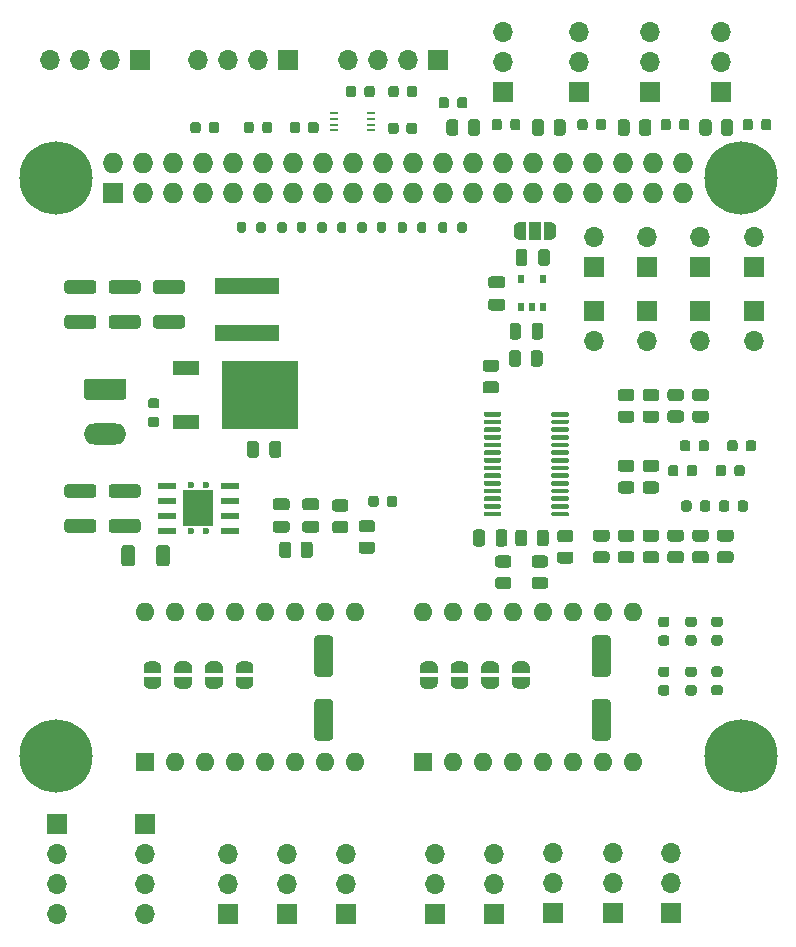
<source format=gbr>
%TF.GenerationSoftware,KiCad,Pcbnew,5.1.9*%
%TF.CreationDate,2021-03-12T16:49:57+01:00*%
%TF.ProjectId,monkey-rpi-header-pcb,6d6f6e6b-6579-42d7-9270-692d68656164,rev?*%
%TF.SameCoordinates,Original*%
%TF.FileFunction,Soldermask,Top*%
%TF.FilePolarity,Negative*%
%FSLAX46Y46*%
G04 Gerber Fmt 4.6, Leading zero omitted, Abs format (unit mm)*
G04 Created by KiCad (PCBNEW 5.1.9) date 2021-03-12 16:49:57*
%MOMM*%
%LPD*%
G01*
G04 APERTURE LIST*
%ADD10R,0.750000X0.250000*%
%ADD11C,0.100000*%
%ADD12O,1.700000X1.700000*%
%ADD13R,1.700000X1.700000*%
%ADD14R,1.000000X1.500000*%
%ADD15O,1.600000X1.600000*%
%ADD16R,1.600000X1.600000*%
%ADD17C,0.600000*%
%ADD18R,2.600000X3.100000*%
%ADD19R,1.550000X0.600000*%
%ADD20R,0.510000X0.700000*%
%ADD21R,5.500000X1.430000*%
%ADD22O,3.600000X1.800000*%
%ADD23R,6.400000X5.800000*%
%ADD24R,2.200000X1.200000*%
%ADD25R,1.727200X1.727200*%
%ADD26O,1.727200X1.727200*%
%ADD27C,6.200000*%
G04 APERTURE END LIST*
%TO.C,C14*%
G36*
G01*
X172049600Y-123150000D02*
X173150400Y-123150000D01*
G75*
G02*
X173400000Y-123399600I0J-249600D01*
G01*
X173400000Y-126400400D01*
G75*
G02*
X173150400Y-126650000I-249600J0D01*
G01*
X172049600Y-126650000D01*
G75*
G02*
X171800000Y-126400400I0J249600D01*
G01*
X171800000Y-123399600D01*
G75*
G02*
X172049600Y-123150000I249600J0D01*
G01*
G37*
G36*
G01*
X172050000Y-117750000D02*
X173150000Y-117750000D01*
G75*
G02*
X173400000Y-118000000I0J-250000D01*
G01*
X173400000Y-121000000D01*
G75*
G02*
X173150000Y-121250000I-250000J0D01*
G01*
X172050000Y-121250000D01*
G75*
G02*
X171800000Y-121000000I0J250000D01*
G01*
X171800000Y-118000000D01*
G75*
G02*
X172050000Y-117750000I250000J0D01*
G01*
G37*
%TD*%
%TO.C,C13*%
G36*
G01*
X148549600Y-123150000D02*
X149650400Y-123150000D01*
G75*
G02*
X149900000Y-123399600I0J-249600D01*
G01*
X149900000Y-126400400D01*
G75*
G02*
X149650400Y-126650000I-249600J0D01*
G01*
X148549600Y-126650000D01*
G75*
G02*
X148300000Y-126400400I0J249600D01*
G01*
X148300000Y-123399600D01*
G75*
G02*
X148549600Y-123150000I249600J0D01*
G01*
G37*
G36*
G01*
X148550000Y-117750000D02*
X149650000Y-117750000D01*
G75*
G02*
X149900000Y-118000000I0J-250000D01*
G01*
X149900000Y-121000000D01*
G75*
G02*
X149650000Y-121250000I-250000J0D01*
G01*
X148550000Y-121250000D01*
G75*
G02*
X148300000Y-121000000I0J250000D01*
G01*
X148300000Y-118000000D01*
G75*
G02*
X148550000Y-117750000I250000J0D01*
G01*
G37*
%TD*%
%TO.C,D15*%
G36*
G01*
X151850000Y-71443750D02*
X151850000Y-71956250D01*
G75*
G02*
X151631250Y-72175000I-218750J0D01*
G01*
X151193750Y-72175000D01*
G75*
G02*
X150975000Y-71956250I0J218750D01*
G01*
X150975000Y-71443750D01*
G75*
G02*
X151193750Y-71225000I218750J0D01*
G01*
X151631250Y-71225000D01*
G75*
G02*
X151850000Y-71443750I0J-218750D01*
G01*
G37*
G36*
G01*
X153425000Y-71443750D02*
X153425000Y-71956250D01*
G75*
G02*
X153206250Y-72175000I-218750J0D01*
G01*
X152768750Y-72175000D01*
G75*
G02*
X152550000Y-71956250I0J218750D01*
G01*
X152550000Y-71443750D01*
G75*
G02*
X152768750Y-71225000I218750J0D01*
G01*
X153206250Y-71225000D01*
G75*
G02*
X153425000Y-71443750I0J-218750D01*
G01*
G37*
%TD*%
%TO.C,D14*%
G36*
G01*
X156150000Y-71956250D02*
X156150000Y-71443750D01*
G75*
G02*
X156368750Y-71225000I218750J0D01*
G01*
X156806250Y-71225000D01*
G75*
G02*
X157025000Y-71443750I0J-218750D01*
G01*
X157025000Y-71956250D01*
G75*
G02*
X156806250Y-72175000I-218750J0D01*
G01*
X156368750Y-72175000D01*
G75*
G02*
X156150000Y-71956250I0J218750D01*
G01*
G37*
G36*
G01*
X154575000Y-71956250D02*
X154575000Y-71443750D01*
G75*
G02*
X154793750Y-71225000I218750J0D01*
G01*
X155231250Y-71225000D01*
G75*
G02*
X155450000Y-71443750I0J-218750D01*
G01*
X155450000Y-71956250D01*
G75*
G02*
X155231250Y-72175000I-218750J0D01*
G01*
X154793750Y-72175000D01*
G75*
G02*
X154575000Y-71956250I0J218750D01*
G01*
G37*
%TD*%
D10*
%TO.C,U4*%
X150000000Y-75000000D03*
X150000000Y-74500000D03*
X150000000Y-74000000D03*
X150000000Y-73500000D03*
X153100000Y-73500000D03*
X153100000Y-74000000D03*
X153100000Y-74500000D03*
X153100000Y-75000000D03*
%TD*%
%TO.C,C16*%
G36*
G01*
X155450000Y-74575000D02*
X155450000Y-75075000D01*
G75*
G02*
X155225000Y-75300000I-225000J0D01*
G01*
X154775000Y-75300000D01*
G75*
G02*
X154550000Y-75075000I0J225000D01*
G01*
X154550000Y-74575000D01*
G75*
G02*
X154775000Y-74350000I225000J0D01*
G01*
X155225000Y-74350000D01*
G75*
G02*
X155450000Y-74575000I0J-225000D01*
G01*
G37*
G36*
G01*
X157000000Y-74575000D02*
X157000000Y-75075000D01*
G75*
G02*
X156775000Y-75300000I-225000J0D01*
G01*
X156325000Y-75300000D01*
G75*
G02*
X156100000Y-75075000I0J225000D01*
G01*
X156100000Y-74575000D01*
G75*
G02*
X156325000Y-74350000I225000J0D01*
G01*
X156775000Y-74350000D01*
G75*
G02*
X157000000Y-74575000I0J-225000D01*
G01*
G37*
%TD*%
%TO.C,C15*%
G36*
G01*
X147125000Y-74500000D02*
X147125000Y-75000000D01*
G75*
G02*
X146900000Y-75225000I-225000J0D01*
G01*
X146450000Y-75225000D01*
G75*
G02*
X146225000Y-75000000I0J225000D01*
G01*
X146225000Y-74500000D01*
G75*
G02*
X146450000Y-74275000I225000J0D01*
G01*
X146900000Y-74275000D01*
G75*
G02*
X147125000Y-74500000I0J-225000D01*
G01*
G37*
G36*
G01*
X148675000Y-74500000D02*
X148675000Y-75000000D01*
G75*
G02*
X148450000Y-75225000I-225000J0D01*
G01*
X148000000Y-75225000D01*
G75*
G02*
X147775000Y-75000000I0J225000D01*
G01*
X147775000Y-74500000D01*
G75*
G02*
X148000000Y-74275000I225000J0D01*
G01*
X148450000Y-74275000D01*
G75*
G02*
X148675000Y-74500000I0J-225000D01*
G01*
G37*
%TD*%
D11*
%TO.C,JP4*%
G36*
X162450602Y-120450000D02*
G01*
X162450602Y-120425466D01*
X162455412Y-120376635D01*
X162464984Y-120328510D01*
X162479228Y-120281555D01*
X162498005Y-120236222D01*
X162521136Y-120192949D01*
X162548396Y-120152150D01*
X162579524Y-120114221D01*
X162614221Y-120079524D01*
X162652150Y-120048396D01*
X162692949Y-120021136D01*
X162736222Y-119998005D01*
X162781555Y-119979228D01*
X162828510Y-119964984D01*
X162876635Y-119955412D01*
X162925466Y-119950602D01*
X162950000Y-119950602D01*
X162950000Y-119950000D01*
X163450000Y-119950000D01*
X163450000Y-119950602D01*
X163474534Y-119950602D01*
X163523365Y-119955412D01*
X163571490Y-119964984D01*
X163618445Y-119979228D01*
X163663778Y-119998005D01*
X163707051Y-120021136D01*
X163747850Y-120048396D01*
X163785779Y-120079524D01*
X163820476Y-120114221D01*
X163851604Y-120152150D01*
X163878864Y-120192949D01*
X163901995Y-120236222D01*
X163920772Y-120281555D01*
X163935016Y-120328510D01*
X163944588Y-120376635D01*
X163949398Y-120425466D01*
X163949398Y-120450000D01*
X163950000Y-120450000D01*
X163950000Y-120950000D01*
X162450000Y-120950000D01*
X162450000Y-120450000D01*
X162450602Y-120450000D01*
G37*
G36*
X163950000Y-121250000D02*
G01*
X163950000Y-121750000D01*
X163949398Y-121750000D01*
X163949398Y-121774534D01*
X163944588Y-121823365D01*
X163935016Y-121871490D01*
X163920772Y-121918445D01*
X163901995Y-121963778D01*
X163878864Y-122007051D01*
X163851604Y-122047850D01*
X163820476Y-122085779D01*
X163785779Y-122120476D01*
X163747850Y-122151604D01*
X163707051Y-122178864D01*
X163663778Y-122201995D01*
X163618445Y-122220772D01*
X163571490Y-122235016D01*
X163523365Y-122244588D01*
X163474534Y-122249398D01*
X163450000Y-122249398D01*
X163450000Y-122250000D01*
X162950000Y-122250000D01*
X162950000Y-122249398D01*
X162925466Y-122249398D01*
X162876635Y-122244588D01*
X162828510Y-122235016D01*
X162781555Y-122220772D01*
X162736222Y-122201995D01*
X162692949Y-122178864D01*
X162652150Y-122151604D01*
X162614221Y-122120476D01*
X162579524Y-122085779D01*
X162548396Y-122047850D01*
X162521136Y-122007051D01*
X162498005Y-121963778D01*
X162479228Y-121918445D01*
X162464984Y-121871490D01*
X162455412Y-121823365D01*
X162450602Y-121774534D01*
X162450602Y-121750000D01*
X162450000Y-121750000D01*
X162450000Y-121250000D01*
X163950000Y-121250000D01*
G37*
%TD*%
%TO.C,JP3*%
G36*
X139050602Y-120450000D02*
G01*
X139050602Y-120425466D01*
X139055412Y-120376635D01*
X139064984Y-120328510D01*
X139079228Y-120281555D01*
X139098005Y-120236222D01*
X139121136Y-120192949D01*
X139148396Y-120152150D01*
X139179524Y-120114221D01*
X139214221Y-120079524D01*
X139252150Y-120048396D01*
X139292949Y-120021136D01*
X139336222Y-119998005D01*
X139381555Y-119979228D01*
X139428510Y-119964984D01*
X139476635Y-119955412D01*
X139525466Y-119950602D01*
X139550000Y-119950602D01*
X139550000Y-119950000D01*
X140050000Y-119950000D01*
X140050000Y-119950602D01*
X140074534Y-119950602D01*
X140123365Y-119955412D01*
X140171490Y-119964984D01*
X140218445Y-119979228D01*
X140263778Y-119998005D01*
X140307051Y-120021136D01*
X140347850Y-120048396D01*
X140385779Y-120079524D01*
X140420476Y-120114221D01*
X140451604Y-120152150D01*
X140478864Y-120192949D01*
X140501995Y-120236222D01*
X140520772Y-120281555D01*
X140535016Y-120328510D01*
X140544588Y-120376635D01*
X140549398Y-120425466D01*
X140549398Y-120450000D01*
X140550000Y-120450000D01*
X140550000Y-120950000D01*
X139050000Y-120950000D01*
X139050000Y-120450000D01*
X139050602Y-120450000D01*
G37*
G36*
X140550000Y-121250000D02*
G01*
X140550000Y-121750000D01*
X140549398Y-121750000D01*
X140549398Y-121774534D01*
X140544588Y-121823365D01*
X140535016Y-121871490D01*
X140520772Y-121918445D01*
X140501995Y-121963778D01*
X140478864Y-122007051D01*
X140451604Y-122047850D01*
X140420476Y-122085779D01*
X140385779Y-122120476D01*
X140347850Y-122151604D01*
X140307051Y-122178864D01*
X140263778Y-122201995D01*
X140218445Y-122220772D01*
X140171490Y-122235016D01*
X140123365Y-122244588D01*
X140074534Y-122249398D01*
X140050000Y-122249398D01*
X140050000Y-122250000D01*
X139550000Y-122250000D01*
X139550000Y-122249398D01*
X139525466Y-122249398D01*
X139476635Y-122244588D01*
X139428510Y-122235016D01*
X139381555Y-122220772D01*
X139336222Y-122201995D01*
X139292949Y-122178864D01*
X139252150Y-122151604D01*
X139214221Y-122120476D01*
X139179524Y-122085779D01*
X139148396Y-122047850D01*
X139121136Y-122007051D01*
X139098005Y-121963778D01*
X139079228Y-121918445D01*
X139064984Y-121871490D01*
X139055412Y-121823365D01*
X139050602Y-121774534D01*
X139050602Y-121750000D01*
X139050000Y-121750000D01*
X139050000Y-121250000D01*
X140550000Y-121250000D01*
G37*
%TD*%
%TO.C,JP2*%
G36*
X165050602Y-120450000D02*
G01*
X165050602Y-120425466D01*
X165055412Y-120376635D01*
X165064984Y-120328510D01*
X165079228Y-120281555D01*
X165098005Y-120236222D01*
X165121136Y-120192949D01*
X165148396Y-120152150D01*
X165179524Y-120114221D01*
X165214221Y-120079524D01*
X165252150Y-120048396D01*
X165292949Y-120021136D01*
X165336222Y-119998005D01*
X165381555Y-119979228D01*
X165428510Y-119964984D01*
X165476635Y-119955412D01*
X165525466Y-119950602D01*
X165550000Y-119950602D01*
X165550000Y-119950000D01*
X166050000Y-119950000D01*
X166050000Y-119950602D01*
X166074534Y-119950602D01*
X166123365Y-119955412D01*
X166171490Y-119964984D01*
X166218445Y-119979228D01*
X166263778Y-119998005D01*
X166307051Y-120021136D01*
X166347850Y-120048396D01*
X166385779Y-120079524D01*
X166420476Y-120114221D01*
X166451604Y-120152150D01*
X166478864Y-120192949D01*
X166501995Y-120236222D01*
X166520772Y-120281555D01*
X166535016Y-120328510D01*
X166544588Y-120376635D01*
X166549398Y-120425466D01*
X166549398Y-120450000D01*
X166550000Y-120450000D01*
X166550000Y-120950000D01*
X165050000Y-120950000D01*
X165050000Y-120450000D01*
X165050602Y-120450000D01*
G37*
G36*
X166550000Y-121250000D02*
G01*
X166550000Y-121750000D01*
X166549398Y-121750000D01*
X166549398Y-121774534D01*
X166544588Y-121823365D01*
X166535016Y-121871490D01*
X166520772Y-121918445D01*
X166501995Y-121963778D01*
X166478864Y-122007051D01*
X166451604Y-122047850D01*
X166420476Y-122085779D01*
X166385779Y-122120476D01*
X166347850Y-122151604D01*
X166307051Y-122178864D01*
X166263778Y-122201995D01*
X166218445Y-122220772D01*
X166171490Y-122235016D01*
X166123365Y-122244588D01*
X166074534Y-122249398D01*
X166050000Y-122249398D01*
X166050000Y-122250000D01*
X165550000Y-122250000D01*
X165550000Y-122249398D01*
X165525466Y-122249398D01*
X165476635Y-122244588D01*
X165428510Y-122235016D01*
X165381555Y-122220772D01*
X165336222Y-122201995D01*
X165292949Y-122178864D01*
X165252150Y-122151604D01*
X165214221Y-122120476D01*
X165179524Y-122085779D01*
X165148396Y-122047850D01*
X165121136Y-122007051D01*
X165098005Y-121963778D01*
X165079228Y-121918445D01*
X165064984Y-121871490D01*
X165055412Y-121823365D01*
X165050602Y-121774534D01*
X165050602Y-121750000D01*
X165050000Y-121750000D01*
X165050000Y-121250000D01*
X166550000Y-121250000D01*
G37*
%TD*%
%TO.C,JP1*%
G36*
X141650602Y-120450000D02*
G01*
X141650602Y-120425466D01*
X141655412Y-120376635D01*
X141664984Y-120328510D01*
X141679228Y-120281555D01*
X141698005Y-120236222D01*
X141721136Y-120192949D01*
X141748396Y-120152150D01*
X141779524Y-120114221D01*
X141814221Y-120079524D01*
X141852150Y-120048396D01*
X141892949Y-120021136D01*
X141936222Y-119998005D01*
X141981555Y-119979228D01*
X142028510Y-119964984D01*
X142076635Y-119955412D01*
X142125466Y-119950602D01*
X142150000Y-119950602D01*
X142150000Y-119950000D01*
X142650000Y-119950000D01*
X142650000Y-119950602D01*
X142674534Y-119950602D01*
X142723365Y-119955412D01*
X142771490Y-119964984D01*
X142818445Y-119979228D01*
X142863778Y-119998005D01*
X142907051Y-120021136D01*
X142947850Y-120048396D01*
X142985779Y-120079524D01*
X143020476Y-120114221D01*
X143051604Y-120152150D01*
X143078864Y-120192949D01*
X143101995Y-120236222D01*
X143120772Y-120281555D01*
X143135016Y-120328510D01*
X143144588Y-120376635D01*
X143149398Y-120425466D01*
X143149398Y-120450000D01*
X143150000Y-120450000D01*
X143150000Y-120950000D01*
X141650000Y-120950000D01*
X141650000Y-120450000D01*
X141650602Y-120450000D01*
G37*
G36*
X143150000Y-121250000D02*
G01*
X143150000Y-121750000D01*
X143149398Y-121750000D01*
X143149398Y-121774534D01*
X143144588Y-121823365D01*
X143135016Y-121871490D01*
X143120772Y-121918445D01*
X143101995Y-121963778D01*
X143078864Y-122007051D01*
X143051604Y-122047850D01*
X143020476Y-122085779D01*
X142985779Y-122120476D01*
X142947850Y-122151604D01*
X142907051Y-122178864D01*
X142863778Y-122201995D01*
X142818445Y-122220772D01*
X142771490Y-122235016D01*
X142723365Y-122244588D01*
X142674534Y-122249398D01*
X142650000Y-122249398D01*
X142650000Y-122250000D01*
X142150000Y-122250000D01*
X142150000Y-122249398D01*
X142125466Y-122249398D01*
X142076635Y-122244588D01*
X142028510Y-122235016D01*
X141981555Y-122220772D01*
X141936222Y-122201995D01*
X141892949Y-122178864D01*
X141852150Y-122151604D01*
X141814221Y-122120476D01*
X141779524Y-122085779D01*
X141748396Y-122047850D01*
X141721136Y-122007051D01*
X141698005Y-121963778D01*
X141679228Y-121918445D01*
X141664984Y-121871490D01*
X141655412Y-121823365D01*
X141650602Y-121774534D01*
X141650602Y-121750000D01*
X141650000Y-121750000D01*
X141650000Y-121250000D01*
X143150000Y-121250000D01*
G37*
%TD*%
%TO.C,R26*%
G36*
G01*
X167850001Y-112000000D02*
X166949999Y-112000000D01*
G75*
G02*
X166700000Y-111750001I0J249999D01*
G01*
X166700000Y-111224999D01*
G75*
G02*
X166949999Y-110975000I249999J0D01*
G01*
X167850001Y-110975000D01*
G75*
G02*
X168100000Y-111224999I0J-249999D01*
G01*
X168100000Y-111750001D01*
G75*
G02*
X167850001Y-112000000I-249999J0D01*
G01*
G37*
G36*
G01*
X167850001Y-113825000D02*
X166949999Y-113825000D01*
G75*
G02*
X166700000Y-113575001I0J249999D01*
G01*
X166700000Y-113049999D01*
G75*
G02*
X166949999Y-112800000I249999J0D01*
G01*
X167850001Y-112800000D01*
G75*
G02*
X168100000Y-113049999I0J-249999D01*
G01*
X168100000Y-113575001D01*
G75*
G02*
X167850001Y-113825000I-249999J0D01*
G01*
G37*
%TD*%
%TO.C,R25*%
G36*
G01*
X164750001Y-112000000D02*
X163849999Y-112000000D01*
G75*
G02*
X163600000Y-111750001I0J249999D01*
G01*
X163600000Y-111224999D01*
G75*
G02*
X163849999Y-110975000I249999J0D01*
G01*
X164750001Y-110975000D01*
G75*
G02*
X165000000Y-111224999I0J-249999D01*
G01*
X165000000Y-111750001D01*
G75*
G02*
X164750001Y-112000000I-249999J0D01*
G01*
G37*
G36*
G01*
X164750001Y-113825000D02*
X163849999Y-113825000D01*
G75*
G02*
X163600000Y-113575001I0J249999D01*
G01*
X163600000Y-113049999D01*
G75*
G02*
X163849999Y-112800000I249999J0D01*
G01*
X164750001Y-112800000D01*
G75*
G02*
X165000000Y-113049999I0J-249999D01*
G01*
X165000000Y-113575001D01*
G75*
G02*
X164750001Y-113825000I-249999J0D01*
G01*
G37*
%TD*%
%TO.C,R31*%
G36*
G01*
X165812500Y-93849999D02*
X165812500Y-94750001D01*
G75*
G02*
X165562501Y-95000000I-249999J0D01*
G01*
X165037499Y-95000000D01*
G75*
G02*
X164787500Y-94750001I0J249999D01*
G01*
X164787500Y-93849999D01*
G75*
G02*
X165037499Y-93600000I249999J0D01*
G01*
X165562501Y-93600000D01*
G75*
G02*
X165812500Y-93849999I0J-249999D01*
G01*
G37*
G36*
G01*
X167637500Y-93849999D02*
X167637500Y-94750001D01*
G75*
G02*
X167387501Y-95000000I-249999J0D01*
G01*
X166862499Y-95000000D01*
G75*
G02*
X166612500Y-94750001I0J249999D01*
G01*
X166612500Y-93849999D01*
G75*
G02*
X166862499Y-93600000I249999J0D01*
G01*
X167387501Y-93600000D01*
G75*
G02*
X167637500Y-93849999I0J-249999D01*
G01*
G37*
%TD*%
%TO.C,JP9*%
G36*
X157250000Y-120950000D02*
G01*
X157250000Y-120450000D01*
X157250602Y-120450000D01*
X157250602Y-120425466D01*
X157255412Y-120376635D01*
X157264984Y-120328510D01*
X157279228Y-120281555D01*
X157298005Y-120236222D01*
X157321136Y-120192949D01*
X157348396Y-120152150D01*
X157379524Y-120114221D01*
X157414221Y-120079524D01*
X157452150Y-120048396D01*
X157492949Y-120021136D01*
X157536222Y-119998005D01*
X157581555Y-119979228D01*
X157628510Y-119964984D01*
X157676635Y-119955412D01*
X157725466Y-119950602D01*
X157750000Y-119950602D01*
X157750000Y-119950000D01*
X158250000Y-119950000D01*
X158250000Y-119950602D01*
X158274534Y-119950602D01*
X158323365Y-119955412D01*
X158371490Y-119964984D01*
X158418445Y-119979228D01*
X158463778Y-119998005D01*
X158507051Y-120021136D01*
X158547850Y-120048396D01*
X158585779Y-120079524D01*
X158620476Y-120114221D01*
X158651604Y-120152150D01*
X158678864Y-120192949D01*
X158701995Y-120236222D01*
X158720772Y-120281555D01*
X158735016Y-120328510D01*
X158744588Y-120376635D01*
X158749398Y-120425466D01*
X158749398Y-120450000D01*
X158750000Y-120450000D01*
X158750000Y-120950000D01*
X157250000Y-120950000D01*
G37*
G36*
X158749398Y-121750000D02*
G01*
X158749398Y-121774534D01*
X158744588Y-121823365D01*
X158735016Y-121871490D01*
X158720772Y-121918445D01*
X158701995Y-121963778D01*
X158678864Y-122007051D01*
X158651604Y-122047850D01*
X158620476Y-122085779D01*
X158585779Y-122120476D01*
X158547850Y-122151604D01*
X158507051Y-122178864D01*
X158463778Y-122201995D01*
X158418445Y-122220772D01*
X158371490Y-122235016D01*
X158323365Y-122244588D01*
X158274534Y-122249398D01*
X158250000Y-122249398D01*
X158250000Y-122250000D01*
X157750000Y-122250000D01*
X157750000Y-122249398D01*
X157725466Y-122249398D01*
X157676635Y-122244588D01*
X157628510Y-122235016D01*
X157581555Y-122220772D01*
X157536222Y-122201995D01*
X157492949Y-122178864D01*
X157452150Y-122151604D01*
X157414221Y-122120476D01*
X157379524Y-122085779D01*
X157348396Y-122047850D01*
X157321136Y-122007051D01*
X157298005Y-121963778D01*
X157279228Y-121918445D01*
X157264984Y-121871490D01*
X157255412Y-121823365D01*
X157250602Y-121774534D01*
X157250602Y-121750000D01*
X157250000Y-121750000D01*
X157250000Y-121250000D01*
X158750000Y-121250000D01*
X158750000Y-121750000D01*
X158749398Y-121750000D01*
G37*
%TD*%
%TO.C,JP8*%
G36*
X133850000Y-120950000D02*
G01*
X133850000Y-120450000D01*
X133850602Y-120450000D01*
X133850602Y-120425466D01*
X133855412Y-120376635D01*
X133864984Y-120328510D01*
X133879228Y-120281555D01*
X133898005Y-120236222D01*
X133921136Y-120192949D01*
X133948396Y-120152150D01*
X133979524Y-120114221D01*
X134014221Y-120079524D01*
X134052150Y-120048396D01*
X134092949Y-120021136D01*
X134136222Y-119998005D01*
X134181555Y-119979228D01*
X134228510Y-119964984D01*
X134276635Y-119955412D01*
X134325466Y-119950602D01*
X134350000Y-119950602D01*
X134350000Y-119950000D01*
X134850000Y-119950000D01*
X134850000Y-119950602D01*
X134874534Y-119950602D01*
X134923365Y-119955412D01*
X134971490Y-119964984D01*
X135018445Y-119979228D01*
X135063778Y-119998005D01*
X135107051Y-120021136D01*
X135147850Y-120048396D01*
X135185779Y-120079524D01*
X135220476Y-120114221D01*
X135251604Y-120152150D01*
X135278864Y-120192949D01*
X135301995Y-120236222D01*
X135320772Y-120281555D01*
X135335016Y-120328510D01*
X135344588Y-120376635D01*
X135349398Y-120425466D01*
X135349398Y-120450000D01*
X135350000Y-120450000D01*
X135350000Y-120950000D01*
X133850000Y-120950000D01*
G37*
G36*
X135349398Y-121750000D02*
G01*
X135349398Y-121774534D01*
X135344588Y-121823365D01*
X135335016Y-121871490D01*
X135320772Y-121918445D01*
X135301995Y-121963778D01*
X135278864Y-122007051D01*
X135251604Y-122047850D01*
X135220476Y-122085779D01*
X135185779Y-122120476D01*
X135147850Y-122151604D01*
X135107051Y-122178864D01*
X135063778Y-122201995D01*
X135018445Y-122220772D01*
X134971490Y-122235016D01*
X134923365Y-122244588D01*
X134874534Y-122249398D01*
X134850000Y-122249398D01*
X134850000Y-122250000D01*
X134350000Y-122250000D01*
X134350000Y-122249398D01*
X134325466Y-122249398D01*
X134276635Y-122244588D01*
X134228510Y-122235016D01*
X134181555Y-122220772D01*
X134136222Y-122201995D01*
X134092949Y-122178864D01*
X134052150Y-122151604D01*
X134014221Y-122120476D01*
X133979524Y-122085779D01*
X133948396Y-122047850D01*
X133921136Y-122007051D01*
X133898005Y-121963778D01*
X133879228Y-121918445D01*
X133864984Y-121871490D01*
X133855412Y-121823365D01*
X133850602Y-121774534D01*
X133850602Y-121750000D01*
X133850000Y-121750000D01*
X133850000Y-121250000D01*
X135350000Y-121250000D01*
X135350000Y-121750000D01*
X135349398Y-121750000D01*
G37*
%TD*%
D12*
%TO.C,J27*%
X185500000Y-84000000D03*
D13*
X185500000Y-86540000D03*
%TD*%
D12*
%TO.C,J26*%
X181000000Y-84000000D03*
D13*
X181000000Y-86540000D03*
%TD*%
D12*
%TO.C,J25*%
X176500000Y-84000000D03*
D13*
X176500000Y-86540000D03*
%TD*%
D12*
%TO.C,J24*%
X172000000Y-84000000D03*
D13*
X172000000Y-86540000D03*
%TD*%
D12*
%TO.C,J23*%
X182750000Y-66670000D03*
X182750000Y-69210000D03*
D13*
X182750000Y-71750000D03*
%TD*%
D12*
%TO.C,J22*%
X176750000Y-66670000D03*
X176750000Y-69210000D03*
D13*
X176750000Y-71750000D03*
%TD*%
D12*
%TO.C,J18*%
X170750000Y-66670000D03*
X170750000Y-69210000D03*
D13*
X170750000Y-71750000D03*
%TD*%
D12*
%TO.C,J5*%
X164250000Y-66670000D03*
X164250000Y-69210000D03*
D13*
X164250000Y-71750000D03*
%TD*%
%TO.C,D25*%
G36*
G01*
X166712500Y-92456250D02*
X166712500Y-91543750D01*
G75*
G02*
X166956250Y-91300000I243750J0D01*
G01*
X167443750Y-91300000D01*
G75*
G02*
X167687500Y-91543750I0J-243750D01*
G01*
X167687500Y-92456250D01*
G75*
G02*
X167443750Y-92700000I-243750J0D01*
G01*
X166956250Y-92700000D01*
G75*
G02*
X166712500Y-92456250I0J243750D01*
G01*
G37*
G36*
G01*
X164837500Y-92456250D02*
X164837500Y-91543750D01*
G75*
G02*
X165081250Y-91300000I243750J0D01*
G01*
X165568750Y-91300000D01*
G75*
G02*
X165812500Y-91543750I0J-243750D01*
G01*
X165812500Y-92456250D01*
G75*
G02*
X165568750Y-92700000I-243750J0D01*
G01*
X165081250Y-92700000D01*
G75*
G02*
X164837500Y-92456250I0J243750D01*
G01*
G37*
%TD*%
%TO.C,D22*%
G36*
G01*
X179837500Y-104056250D02*
X179837500Y-103543750D01*
G75*
G02*
X180056250Y-103325000I218750J0D01*
G01*
X180493750Y-103325000D01*
G75*
G02*
X180712500Y-103543750I0J-218750D01*
G01*
X180712500Y-104056250D01*
G75*
G02*
X180493750Y-104275000I-218750J0D01*
G01*
X180056250Y-104275000D01*
G75*
G02*
X179837500Y-104056250I0J218750D01*
G01*
G37*
G36*
G01*
X178262500Y-104056250D02*
X178262500Y-103543750D01*
G75*
G02*
X178481250Y-103325000I218750J0D01*
G01*
X178918750Y-103325000D01*
G75*
G02*
X179137500Y-103543750I0J-218750D01*
G01*
X179137500Y-104056250D01*
G75*
G02*
X178918750Y-104275000I-218750J0D01*
G01*
X178481250Y-104275000D01*
G75*
G02*
X178262500Y-104056250I0J218750D01*
G01*
G37*
%TD*%
%TO.C,D21*%
G36*
G01*
X183162500Y-103543750D02*
X183162500Y-104056250D01*
G75*
G02*
X182943750Y-104275000I-218750J0D01*
G01*
X182506250Y-104275000D01*
G75*
G02*
X182287500Y-104056250I0J218750D01*
G01*
X182287500Y-103543750D01*
G75*
G02*
X182506250Y-103325000I218750J0D01*
G01*
X182943750Y-103325000D01*
G75*
G02*
X183162500Y-103543750I0J-218750D01*
G01*
G37*
G36*
G01*
X184737500Y-103543750D02*
X184737500Y-104056250D01*
G75*
G02*
X184518750Y-104275000I-218750J0D01*
G01*
X184081250Y-104275000D01*
G75*
G02*
X183862500Y-104056250I0J218750D01*
G01*
X183862500Y-103543750D01*
G75*
G02*
X184081250Y-103325000I218750J0D01*
G01*
X184518750Y-103325000D01*
G75*
G02*
X184737500Y-103543750I0J-218750D01*
G01*
G37*
%TD*%
%TO.C,D20*%
G36*
G01*
X180837500Y-101956250D02*
X180837500Y-101443750D01*
G75*
G02*
X181056250Y-101225000I218750J0D01*
G01*
X181493750Y-101225000D01*
G75*
G02*
X181712500Y-101443750I0J-218750D01*
G01*
X181712500Y-101956250D01*
G75*
G02*
X181493750Y-102175000I-218750J0D01*
G01*
X181056250Y-102175000D01*
G75*
G02*
X180837500Y-101956250I0J218750D01*
G01*
G37*
G36*
G01*
X179262500Y-101956250D02*
X179262500Y-101443750D01*
G75*
G02*
X179481250Y-101225000I218750J0D01*
G01*
X179918750Y-101225000D01*
G75*
G02*
X180137500Y-101443750I0J-218750D01*
G01*
X180137500Y-101956250D01*
G75*
G02*
X179918750Y-102175000I-218750J0D01*
G01*
X179481250Y-102175000D01*
G75*
G02*
X179262500Y-101956250I0J218750D01*
G01*
G37*
%TD*%
%TO.C,D13*%
G36*
G01*
X137812500Y-75006250D02*
X137812500Y-74493750D01*
G75*
G02*
X138031250Y-74275000I218750J0D01*
G01*
X138468750Y-74275000D01*
G75*
G02*
X138687500Y-74493750I0J-218750D01*
G01*
X138687500Y-75006250D01*
G75*
G02*
X138468750Y-75225000I-218750J0D01*
G01*
X138031250Y-75225000D01*
G75*
G02*
X137812500Y-75006250I0J218750D01*
G01*
G37*
G36*
G01*
X139387500Y-75006250D02*
X139387500Y-74493750D01*
G75*
G02*
X139606250Y-74275000I218750J0D01*
G01*
X140043750Y-74275000D01*
G75*
G02*
X140262500Y-74493750I0J-218750D01*
G01*
X140262500Y-75006250D01*
G75*
G02*
X140043750Y-75225000I-218750J0D01*
G01*
X139606250Y-75225000D01*
G75*
G02*
X139387500Y-75006250I0J218750D01*
G01*
G37*
%TD*%
%TO.C,D12*%
G36*
G01*
X184137500Y-101443750D02*
X184137500Y-101956250D01*
G75*
G02*
X183918750Y-102175000I-218750J0D01*
G01*
X183481250Y-102175000D01*
G75*
G02*
X183262500Y-101956250I0J218750D01*
G01*
X183262500Y-101443750D01*
G75*
G02*
X183481250Y-101225000I218750J0D01*
G01*
X183918750Y-101225000D01*
G75*
G02*
X184137500Y-101443750I0J-218750D01*
G01*
G37*
G36*
G01*
X185712500Y-101443750D02*
X185712500Y-101956250D01*
G75*
G02*
X185493750Y-102175000I-218750J0D01*
G01*
X185056250Y-102175000D01*
G75*
G02*
X184837500Y-101956250I0J218750D01*
G01*
X184837500Y-101443750D01*
G75*
G02*
X185056250Y-101225000I218750J0D01*
G01*
X185493750Y-101225000D01*
G75*
G02*
X185712500Y-101443750I0J-218750D01*
G01*
G37*
%TD*%
%TO.C,D11*%
G36*
G01*
X143887500Y-75006250D02*
X143887500Y-74493750D01*
G75*
G02*
X144106250Y-74275000I218750J0D01*
G01*
X144543750Y-74275000D01*
G75*
G02*
X144762500Y-74493750I0J-218750D01*
G01*
X144762500Y-75006250D01*
G75*
G02*
X144543750Y-75225000I-218750J0D01*
G01*
X144106250Y-75225000D01*
G75*
G02*
X143887500Y-75006250I0J218750D01*
G01*
G37*
G36*
G01*
X142312500Y-75006250D02*
X142312500Y-74493750D01*
G75*
G02*
X142531250Y-74275000I218750J0D01*
G01*
X142968750Y-74275000D01*
G75*
G02*
X143187500Y-74493750I0J-218750D01*
G01*
X143187500Y-75006250D01*
G75*
G02*
X142968750Y-75225000I-218750J0D01*
G01*
X142531250Y-75225000D01*
G75*
G02*
X142312500Y-75006250I0J218750D01*
G01*
G37*
%TD*%
%TO.C,D4*%
G36*
G01*
X161275000Y-72393750D02*
X161275000Y-72906250D01*
G75*
G02*
X161056250Y-73125000I-218750J0D01*
G01*
X160618750Y-73125000D01*
G75*
G02*
X160400000Y-72906250I0J218750D01*
G01*
X160400000Y-72393750D01*
G75*
G02*
X160618750Y-72175000I218750J0D01*
G01*
X161056250Y-72175000D01*
G75*
G02*
X161275000Y-72393750I0J-218750D01*
G01*
G37*
G36*
G01*
X159700000Y-72393750D02*
X159700000Y-72906250D01*
G75*
G02*
X159481250Y-73125000I-218750J0D01*
G01*
X159043750Y-73125000D01*
G75*
G02*
X158825000Y-72906250I0J218750D01*
G01*
X158825000Y-72393750D01*
G75*
G02*
X159043750Y-72175000I218750J0D01*
G01*
X159481250Y-72175000D01*
G75*
G02*
X159700000Y-72393750I0J-218750D01*
G01*
G37*
%TD*%
%TO.C,D3*%
G36*
G01*
X153750000Y-106143750D02*
X153750000Y-106656250D01*
G75*
G02*
X153531250Y-106875000I-218750J0D01*
G01*
X153093750Y-106875000D01*
G75*
G02*
X152875000Y-106656250I0J218750D01*
G01*
X152875000Y-106143750D01*
G75*
G02*
X153093750Y-105925000I218750J0D01*
G01*
X153531250Y-105925000D01*
G75*
G02*
X153750000Y-106143750I0J-218750D01*
G01*
G37*
G36*
G01*
X155325000Y-106143750D02*
X155325000Y-106656250D01*
G75*
G02*
X155106250Y-106875000I-218750J0D01*
G01*
X154668750Y-106875000D01*
G75*
G02*
X154450000Y-106656250I0J218750D01*
G01*
X154450000Y-106143750D01*
G75*
G02*
X154668750Y-105925000I218750J0D01*
G01*
X155106250Y-105925000D01*
G75*
G02*
X155325000Y-106143750I0J-218750D01*
G01*
G37*
%TD*%
%TO.C,D2*%
G36*
G01*
X134956250Y-98537500D02*
X134443750Y-98537500D01*
G75*
G02*
X134225000Y-98318750I0J218750D01*
G01*
X134225000Y-97881250D01*
G75*
G02*
X134443750Y-97662500I218750J0D01*
G01*
X134956250Y-97662500D01*
G75*
G02*
X135175000Y-97881250I0J-218750D01*
G01*
X135175000Y-98318750D01*
G75*
G02*
X134956250Y-98537500I-218750J0D01*
G01*
G37*
G36*
G01*
X134956250Y-100112500D02*
X134443750Y-100112500D01*
G75*
G02*
X134225000Y-99893750I0J218750D01*
G01*
X134225000Y-99456250D01*
G75*
G02*
X134443750Y-99237500I218750J0D01*
G01*
X134956250Y-99237500D01*
G75*
G02*
X135175000Y-99456250I0J-218750D01*
G01*
X135175000Y-99893750D01*
G75*
G02*
X134956250Y-100112500I-218750J0D01*
G01*
G37*
%TD*%
%TO.C,R30*%
G36*
G01*
X157000000Y-83475000D02*
X157000000Y-82925000D01*
G75*
G02*
X157200000Y-82725000I200000J0D01*
G01*
X157600000Y-82725000D01*
G75*
G02*
X157800000Y-82925000I0J-200000D01*
G01*
X157800000Y-83475000D01*
G75*
G02*
X157600000Y-83675000I-200000J0D01*
G01*
X157200000Y-83675000D01*
G75*
G02*
X157000000Y-83475000I0J200000D01*
G01*
G37*
G36*
G01*
X155350000Y-83475000D02*
X155350000Y-82925000D01*
G75*
G02*
X155550000Y-82725000I200000J0D01*
G01*
X155950000Y-82725000D01*
G75*
G02*
X156150000Y-82925000I0J-200000D01*
G01*
X156150000Y-83475000D01*
G75*
G02*
X155950000Y-83675000I-200000J0D01*
G01*
X155550000Y-83675000D01*
G75*
G02*
X155350000Y-83475000I0J200000D01*
G01*
G37*
%TD*%
%TO.C,R29*%
G36*
G01*
X146825000Y-83475000D02*
X146825000Y-82925000D01*
G75*
G02*
X147025000Y-82725000I200000J0D01*
G01*
X147425000Y-82725000D01*
G75*
G02*
X147625000Y-82925000I0J-200000D01*
G01*
X147625000Y-83475000D01*
G75*
G02*
X147425000Y-83675000I-200000J0D01*
G01*
X147025000Y-83675000D01*
G75*
G02*
X146825000Y-83475000I0J200000D01*
G01*
G37*
G36*
G01*
X145175000Y-83475000D02*
X145175000Y-82925000D01*
G75*
G02*
X145375000Y-82725000I200000J0D01*
G01*
X145775000Y-82725000D01*
G75*
G02*
X145975000Y-82925000I0J-200000D01*
G01*
X145975000Y-83475000D01*
G75*
G02*
X145775000Y-83675000I-200000J0D01*
G01*
X145375000Y-83675000D01*
G75*
G02*
X145175000Y-83475000I0J200000D01*
G01*
G37*
%TD*%
%TO.C,R28*%
G36*
G01*
X153600000Y-83475000D02*
X153600000Y-82925000D01*
G75*
G02*
X153800000Y-82725000I200000J0D01*
G01*
X154200000Y-82725000D01*
G75*
G02*
X154400000Y-82925000I0J-200000D01*
G01*
X154400000Y-83475000D01*
G75*
G02*
X154200000Y-83675000I-200000J0D01*
G01*
X153800000Y-83675000D01*
G75*
G02*
X153600000Y-83475000I0J200000D01*
G01*
G37*
G36*
G01*
X151950000Y-83475000D02*
X151950000Y-82925000D01*
G75*
G02*
X152150000Y-82725000I200000J0D01*
G01*
X152550000Y-82725000D01*
G75*
G02*
X152750000Y-82925000I0J-200000D01*
G01*
X152750000Y-83475000D01*
G75*
G02*
X152550000Y-83675000I-200000J0D01*
G01*
X152150000Y-83675000D01*
G75*
G02*
X151950000Y-83475000I0J200000D01*
G01*
G37*
%TD*%
%TO.C,R27*%
G36*
G01*
X143400000Y-83475000D02*
X143400000Y-82925000D01*
G75*
G02*
X143600000Y-82725000I200000J0D01*
G01*
X144000000Y-82725000D01*
G75*
G02*
X144200000Y-82925000I0J-200000D01*
G01*
X144200000Y-83475000D01*
G75*
G02*
X144000000Y-83675000I-200000J0D01*
G01*
X143600000Y-83675000D01*
G75*
G02*
X143400000Y-83475000I0J200000D01*
G01*
G37*
G36*
G01*
X141750000Y-83475000D02*
X141750000Y-82925000D01*
G75*
G02*
X141950000Y-82725000I200000J0D01*
G01*
X142350000Y-82725000D01*
G75*
G02*
X142550000Y-82925000I0J-200000D01*
G01*
X142550000Y-83475000D01*
G75*
G02*
X142350000Y-83675000I-200000J0D01*
G01*
X141950000Y-83675000D01*
G75*
G02*
X141750000Y-83475000I0J200000D01*
G01*
G37*
%TD*%
%TO.C,R24*%
G36*
G01*
X160425000Y-83475000D02*
X160425000Y-82925000D01*
G75*
G02*
X160625000Y-82725000I200000J0D01*
G01*
X161025000Y-82725000D01*
G75*
G02*
X161225000Y-82925000I0J-200000D01*
G01*
X161225000Y-83475000D01*
G75*
G02*
X161025000Y-83675000I-200000J0D01*
G01*
X160625000Y-83675000D01*
G75*
G02*
X160425000Y-83475000I0J200000D01*
G01*
G37*
G36*
G01*
X158775000Y-83475000D02*
X158775000Y-82925000D01*
G75*
G02*
X158975000Y-82725000I200000J0D01*
G01*
X159375000Y-82725000D01*
G75*
G02*
X159575000Y-82925000I0J-200000D01*
G01*
X159575000Y-83475000D01*
G75*
G02*
X159375000Y-83675000I-200000J0D01*
G01*
X158975000Y-83675000D01*
G75*
G02*
X158775000Y-83475000I0J200000D01*
G01*
G37*
%TD*%
%TO.C,R23*%
G36*
G01*
X150225000Y-83475000D02*
X150225000Y-82925000D01*
G75*
G02*
X150425000Y-82725000I200000J0D01*
G01*
X150825000Y-82725000D01*
G75*
G02*
X151025000Y-82925000I0J-200000D01*
G01*
X151025000Y-83475000D01*
G75*
G02*
X150825000Y-83675000I-200000J0D01*
G01*
X150425000Y-83675000D01*
G75*
G02*
X150225000Y-83475000I0J200000D01*
G01*
G37*
G36*
G01*
X148575000Y-83475000D02*
X148575000Y-82925000D01*
G75*
G02*
X148775000Y-82725000I200000J0D01*
G01*
X149175000Y-82725000D01*
G75*
G02*
X149375000Y-82925000I0J-200000D01*
G01*
X149375000Y-83475000D01*
G75*
G02*
X149175000Y-83675000I-200000J0D01*
G01*
X148775000Y-83675000D01*
G75*
G02*
X148575000Y-83475000I0J200000D01*
G01*
G37*
%TD*%
D11*
%TO.C,JP7*%
G36*
X167750000Y-82750000D02*
G01*
X168300000Y-82750000D01*
X168300000Y-82750602D01*
X168324534Y-82750602D01*
X168373365Y-82755412D01*
X168421490Y-82764984D01*
X168468445Y-82779228D01*
X168513778Y-82798005D01*
X168557051Y-82821136D01*
X168597850Y-82848396D01*
X168635779Y-82879524D01*
X168670476Y-82914221D01*
X168701604Y-82952150D01*
X168728864Y-82992949D01*
X168751995Y-83036222D01*
X168770772Y-83081555D01*
X168785016Y-83128510D01*
X168794588Y-83176635D01*
X168799398Y-83225466D01*
X168799398Y-83250000D01*
X168800000Y-83250000D01*
X168800000Y-83750000D01*
X168799398Y-83750000D01*
X168799398Y-83774534D01*
X168794588Y-83823365D01*
X168785016Y-83871490D01*
X168770772Y-83918445D01*
X168751995Y-83963778D01*
X168728864Y-84007051D01*
X168701604Y-84047850D01*
X168670476Y-84085779D01*
X168635779Y-84120476D01*
X168597850Y-84151604D01*
X168557051Y-84178864D01*
X168513778Y-84201995D01*
X168468445Y-84220772D01*
X168421490Y-84235016D01*
X168373365Y-84244588D01*
X168324534Y-84249398D01*
X168300000Y-84249398D01*
X168300000Y-84250000D01*
X167750000Y-84250000D01*
X167750000Y-82750000D01*
G37*
D14*
X167000000Y-83500000D03*
D11*
G36*
X165700000Y-84249398D02*
G01*
X165675466Y-84249398D01*
X165626635Y-84244588D01*
X165578510Y-84235016D01*
X165531555Y-84220772D01*
X165486222Y-84201995D01*
X165442949Y-84178864D01*
X165402150Y-84151604D01*
X165364221Y-84120476D01*
X165329524Y-84085779D01*
X165298396Y-84047850D01*
X165271136Y-84007051D01*
X165248005Y-83963778D01*
X165229228Y-83918445D01*
X165214984Y-83871490D01*
X165205412Y-83823365D01*
X165200602Y-83774534D01*
X165200602Y-83750000D01*
X165200000Y-83750000D01*
X165200000Y-83250000D01*
X165200602Y-83250000D01*
X165200602Y-83225466D01*
X165205412Y-83176635D01*
X165214984Y-83128510D01*
X165229228Y-83081555D01*
X165248005Y-83036222D01*
X165271136Y-82992949D01*
X165298396Y-82952150D01*
X165329524Y-82914221D01*
X165364221Y-82879524D01*
X165402150Y-82848396D01*
X165442949Y-82821136D01*
X165486222Y-82798005D01*
X165531555Y-82779228D01*
X165578510Y-82764984D01*
X165626635Y-82755412D01*
X165675466Y-82750602D01*
X165700000Y-82750602D01*
X165700000Y-82750000D01*
X166250000Y-82750000D01*
X166250000Y-84250000D01*
X165700000Y-84250000D01*
X165700000Y-84249398D01*
G37*
%TD*%
%TO.C,JP6*%
G36*
X159850602Y-120450000D02*
G01*
X159850602Y-120425466D01*
X159855412Y-120376635D01*
X159864984Y-120328510D01*
X159879228Y-120281555D01*
X159898005Y-120236222D01*
X159921136Y-120192949D01*
X159948396Y-120152150D01*
X159979524Y-120114221D01*
X160014221Y-120079524D01*
X160052150Y-120048396D01*
X160092949Y-120021136D01*
X160136222Y-119998005D01*
X160181555Y-119979228D01*
X160228510Y-119964984D01*
X160276635Y-119955412D01*
X160325466Y-119950602D01*
X160350000Y-119950602D01*
X160350000Y-119950000D01*
X160850000Y-119950000D01*
X160850000Y-119950602D01*
X160874534Y-119950602D01*
X160923365Y-119955412D01*
X160971490Y-119964984D01*
X161018445Y-119979228D01*
X161063778Y-119998005D01*
X161107051Y-120021136D01*
X161147850Y-120048396D01*
X161185779Y-120079524D01*
X161220476Y-120114221D01*
X161251604Y-120152150D01*
X161278864Y-120192949D01*
X161301995Y-120236222D01*
X161320772Y-120281555D01*
X161335016Y-120328510D01*
X161344588Y-120376635D01*
X161349398Y-120425466D01*
X161349398Y-120450000D01*
X161350000Y-120450000D01*
X161350000Y-120950000D01*
X159850000Y-120950000D01*
X159850000Y-120450000D01*
X159850602Y-120450000D01*
G37*
G36*
X161350000Y-121250000D02*
G01*
X161350000Y-121750000D01*
X161349398Y-121750000D01*
X161349398Y-121774534D01*
X161344588Y-121823365D01*
X161335016Y-121871490D01*
X161320772Y-121918445D01*
X161301995Y-121963778D01*
X161278864Y-122007051D01*
X161251604Y-122047850D01*
X161220476Y-122085779D01*
X161185779Y-122120476D01*
X161147850Y-122151604D01*
X161107051Y-122178864D01*
X161063778Y-122201995D01*
X161018445Y-122220772D01*
X160971490Y-122235016D01*
X160923365Y-122244588D01*
X160874534Y-122249398D01*
X160850000Y-122249398D01*
X160850000Y-122250000D01*
X160350000Y-122250000D01*
X160350000Y-122249398D01*
X160325466Y-122249398D01*
X160276635Y-122244588D01*
X160228510Y-122235016D01*
X160181555Y-122220772D01*
X160136222Y-122201995D01*
X160092949Y-122178864D01*
X160052150Y-122151604D01*
X160014221Y-122120476D01*
X159979524Y-122085779D01*
X159948396Y-122047850D01*
X159921136Y-122007051D01*
X159898005Y-121963778D01*
X159879228Y-121918445D01*
X159864984Y-121871490D01*
X159855412Y-121823365D01*
X159850602Y-121774534D01*
X159850602Y-121750000D01*
X159850000Y-121750000D01*
X159850000Y-121250000D01*
X161350000Y-121250000D01*
G37*
%TD*%
%TO.C,JP5*%
G36*
X136450602Y-120450000D02*
G01*
X136450602Y-120425466D01*
X136455412Y-120376635D01*
X136464984Y-120328510D01*
X136479228Y-120281555D01*
X136498005Y-120236222D01*
X136521136Y-120192949D01*
X136548396Y-120152150D01*
X136579524Y-120114221D01*
X136614221Y-120079524D01*
X136652150Y-120048396D01*
X136692949Y-120021136D01*
X136736222Y-119998005D01*
X136781555Y-119979228D01*
X136828510Y-119964984D01*
X136876635Y-119955412D01*
X136925466Y-119950602D01*
X136950000Y-119950602D01*
X136950000Y-119950000D01*
X137450000Y-119950000D01*
X137450000Y-119950602D01*
X137474534Y-119950602D01*
X137523365Y-119955412D01*
X137571490Y-119964984D01*
X137618445Y-119979228D01*
X137663778Y-119998005D01*
X137707051Y-120021136D01*
X137747850Y-120048396D01*
X137785779Y-120079524D01*
X137820476Y-120114221D01*
X137851604Y-120152150D01*
X137878864Y-120192949D01*
X137901995Y-120236222D01*
X137920772Y-120281555D01*
X137935016Y-120328510D01*
X137944588Y-120376635D01*
X137949398Y-120425466D01*
X137949398Y-120450000D01*
X137950000Y-120450000D01*
X137950000Y-120950000D01*
X136450000Y-120950000D01*
X136450000Y-120450000D01*
X136450602Y-120450000D01*
G37*
G36*
X137950000Y-121250000D02*
G01*
X137950000Y-121750000D01*
X137949398Y-121750000D01*
X137949398Y-121774534D01*
X137944588Y-121823365D01*
X137935016Y-121871490D01*
X137920772Y-121918445D01*
X137901995Y-121963778D01*
X137878864Y-122007051D01*
X137851604Y-122047850D01*
X137820476Y-122085779D01*
X137785779Y-122120476D01*
X137747850Y-122151604D01*
X137707051Y-122178864D01*
X137663778Y-122201995D01*
X137618445Y-122220772D01*
X137571490Y-122235016D01*
X137523365Y-122244588D01*
X137474534Y-122249398D01*
X137450000Y-122249398D01*
X137450000Y-122250000D01*
X136950000Y-122250000D01*
X136950000Y-122249398D01*
X136925466Y-122249398D01*
X136876635Y-122244588D01*
X136828510Y-122235016D01*
X136781555Y-122220772D01*
X136736222Y-122201995D01*
X136692949Y-122178864D01*
X136652150Y-122151604D01*
X136614221Y-122120476D01*
X136579524Y-122085779D01*
X136548396Y-122047850D01*
X136521136Y-122007051D01*
X136498005Y-121963778D01*
X136479228Y-121918445D01*
X136464984Y-121871490D01*
X136455412Y-121823365D01*
X136450602Y-121774534D01*
X136450602Y-121750000D01*
X136450000Y-121750000D01*
X136450000Y-121250000D01*
X137950000Y-121250000D01*
G37*
%TD*%
%TO.C,R22*%
G36*
G01*
X182737500Y-75200002D02*
X182737500Y-74299998D01*
G75*
G02*
X182987498Y-74050000I249998J0D01*
G01*
X183512502Y-74050000D01*
G75*
G02*
X183762500Y-74299998I0J-249998D01*
G01*
X183762500Y-75200002D01*
G75*
G02*
X183512502Y-75450000I-249998J0D01*
G01*
X182987498Y-75450000D01*
G75*
G02*
X182737500Y-75200002I0J249998D01*
G01*
G37*
G36*
G01*
X180912500Y-75200002D02*
X180912500Y-74299998D01*
G75*
G02*
X181162498Y-74050000I249998J0D01*
G01*
X181687502Y-74050000D01*
G75*
G02*
X181937500Y-74299998I0J-249998D01*
G01*
X181937500Y-75200002D01*
G75*
G02*
X181687502Y-75450000I-249998J0D01*
G01*
X181162498Y-75450000D01*
G75*
G02*
X180912500Y-75200002I0J249998D01*
G01*
G37*
%TD*%
%TO.C,R21*%
G36*
G01*
X175812500Y-75200002D02*
X175812500Y-74299998D01*
G75*
G02*
X176062498Y-74050000I249998J0D01*
G01*
X176587502Y-74050000D01*
G75*
G02*
X176837500Y-74299998I0J-249998D01*
G01*
X176837500Y-75200002D01*
G75*
G02*
X176587502Y-75450000I-249998J0D01*
G01*
X176062498Y-75450000D01*
G75*
G02*
X175812500Y-75200002I0J249998D01*
G01*
G37*
G36*
G01*
X173987500Y-75200002D02*
X173987500Y-74299998D01*
G75*
G02*
X174237498Y-74050000I249998J0D01*
G01*
X174762502Y-74050000D01*
G75*
G02*
X175012500Y-74299998I0J-249998D01*
G01*
X175012500Y-75200002D01*
G75*
G02*
X174762502Y-75450000I-249998J0D01*
G01*
X174237498Y-75450000D01*
G75*
G02*
X173987500Y-75200002I0J249998D01*
G01*
G37*
%TD*%
%TO.C,R16*%
G36*
G01*
X168562500Y-75200002D02*
X168562500Y-74299998D01*
G75*
G02*
X168812498Y-74050000I249998J0D01*
G01*
X169337502Y-74050000D01*
G75*
G02*
X169587500Y-74299998I0J-249998D01*
G01*
X169587500Y-75200002D01*
G75*
G02*
X169337502Y-75450000I-249998J0D01*
G01*
X168812498Y-75450000D01*
G75*
G02*
X168562500Y-75200002I0J249998D01*
G01*
G37*
G36*
G01*
X166737500Y-75200002D02*
X166737500Y-74299998D01*
G75*
G02*
X166987498Y-74050000I249998J0D01*
G01*
X167512502Y-74050000D01*
G75*
G02*
X167762500Y-74299998I0J-249998D01*
G01*
X167762500Y-75200002D01*
G75*
G02*
X167512502Y-75450000I-249998J0D01*
G01*
X166987498Y-75450000D01*
G75*
G02*
X166737500Y-75200002I0J249998D01*
G01*
G37*
%TD*%
%TO.C,D24*%
G36*
G01*
X186137500Y-74756250D02*
X186137500Y-74243750D01*
G75*
G02*
X186356250Y-74025000I218750J0D01*
G01*
X186793750Y-74025000D01*
G75*
G02*
X187012500Y-74243750I0J-218750D01*
G01*
X187012500Y-74756250D01*
G75*
G02*
X186793750Y-74975000I-218750J0D01*
G01*
X186356250Y-74975000D01*
G75*
G02*
X186137500Y-74756250I0J218750D01*
G01*
G37*
G36*
G01*
X184562500Y-74756250D02*
X184562500Y-74243750D01*
G75*
G02*
X184781250Y-74025000I218750J0D01*
G01*
X185218750Y-74025000D01*
G75*
G02*
X185437500Y-74243750I0J-218750D01*
G01*
X185437500Y-74756250D01*
G75*
G02*
X185218750Y-74975000I-218750J0D01*
G01*
X184781250Y-74975000D01*
G75*
G02*
X184562500Y-74756250I0J218750D01*
G01*
G37*
%TD*%
%TO.C,D23*%
G36*
G01*
X179195001Y-74756250D02*
X179195001Y-74243750D01*
G75*
G02*
X179413751Y-74025000I218750J0D01*
G01*
X179851251Y-74025000D01*
G75*
G02*
X180070001Y-74243750I0J-218750D01*
G01*
X180070001Y-74756250D01*
G75*
G02*
X179851251Y-74975000I-218750J0D01*
G01*
X179413751Y-74975000D01*
G75*
G02*
X179195001Y-74756250I0J218750D01*
G01*
G37*
G36*
G01*
X177620001Y-74756250D02*
X177620001Y-74243750D01*
G75*
G02*
X177838751Y-74025000I218750J0D01*
G01*
X178276251Y-74025000D01*
G75*
G02*
X178495001Y-74243750I0J-218750D01*
G01*
X178495001Y-74756250D01*
G75*
G02*
X178276251Y-74975000I-218750J0D01*
G01*
X177838751Y-74975000D01*
G75*
G02*
X177620001Y-74756250I0J218750D01*
G01*
G37*
%TD*%
%TO.C,D19*%
G36*
G01*
X172137500Y-74756250D02*
X172137500Y-74243750D01*
G75*
G02*
X172356250Y-74025000I218750J0D01*
G01*
X172793750Y-74025000D01*
G75*
G02*
X173012500Y-74243750I0J-218750D01*
G01*
X173012500Y-74756250D01*
G75*
G02*
X172793750Y-74975000I-218750J0D01*
G01*
X172356250Y-74975000D01*
G75*
G02*
X172137500Y-74756250I0J218750D01*
G01*
G37*
G36*
G01*
X170562500Y-74756250D02*
X170562500Y-74243750D01*
G75*
G02*
X170781250Y-74025000I218750J0D01*
G01*
X171218750Y-74025000D01*
G75*
G02*
X171437500Y-74243750I0J-218750D01*
G01*
X171437500Y-74756250D01*
G75*
G02*
X171218750Y-74975000I-218750J0D01*
G01*
X170781250Y-74975000D01*
G75*
G02*
X170562500Y-74756250I0J218750D01*
G01*
G37*
%TD*%
D12*
%TO.C,J21*%
X185500000Y-92790000D03*
D13*
X185500000Y-90250000D03*
%TD*%
D12*
%TO.C,J20*%
X181000000Y-92790000D03*
D13*
X181000000Y-90250000D03*
%TD*%
D12*
%TO.C,J19*%
X176500000Y-92790000D03*
D13*
X176500000Y-90250000D03*
%TD*%
%TO.C,R20*%
G36*
G01*
X175150002Y-97912500D02*
X174249998Y-97912500D01*
G75*
G02*
X174000000Y-97662502I0J249998D01*
G01*
X174000000Y-97137498D01*
G75*
G02*
X174249998Y-96887500I249998J0D01*
G01*
X175150002Y-96887500D01*
G75*
G02*
X175400000Y-97137498I0J-249998D01*
G01*
X175400000Y-97662502D01*
G75*
G02*
X175150002Y-97912500I-249998J0D01*
G01*
G37*
G36*
G01*
X175150002Y-99737500D02*
X174249998Y-99737500D01*
G75*
G02*
X174000000Y-99487502I0J249998D01*
G01*
X174000000Y-98962498D01*
G75*
G02*
X174249998Y-98712500I249998J0D01*
G01*
X175150002Y-98712500D01*
G75*
G02*
X175400000Y-98962498I0J-249998D01*
G01*
X175400000Y-99487502D01*
G75*
G02*
X175150002Y-99737500I-249998J0D01*
G01*
G37*
%TD*%
%TO.C,R19*%
G36*
G01*
X177250002Y-97912500D02*
X176349998Y-97912500D01*
G75*
G02*
X176100000Y-97662502I0J249998D01*
G01*
X176100000Y-97137498D01*
G75*
G02*
X176349998Y-96887500I249998J0D01*
G01*
X177250002Y-96887500D01*
G75*
G02*
X177500000Y-97137498I0J-249998D01*
G01*
X177500000Y-97662502D01*
G75*
G02*
X177250002Y-97912500I-249998J0D01*
G01*
G37*
G36*
G01*
X177250002Y-99737500D02*
X176349998Y-99737500D01*
G75*
G02*
X176100000Y-99487502I0J249998D01*
G01*
X176100000Y-98962498D01*
G75*
G02*
X176349998Y-98712500I249998J0D01*
G01*
X177250002Y-98712500D01*
G75*
G02*
X177500000Y-98962498I0J-249998D01*
G01*
X177500000Y-99487502D01*
G75*
G02*
X177250002Y-99737500I-249998J0D01*
G01*
G37*
%TD*%
%TO.C,R18*%
G36*
G01*
X179350002Y-97900000D02*
X178449998Y-97900000D01*
G75*
G02*
X178200000Y-97650002I0J249998D01*
G01*
X178200000Y-97124998D01*
G75*
G02*
X178449998Y-96875000I249998J0D01*
G01*
X179350002Y-96875000D01*
G75*
G02*
X179600000Y-97124998I0J-249998D01*
G01*
X179600000Y-97650002D01*
G75*
G02*
X179350002Y-97900000I-249998J0D01*
G01*
G37*
G36*
G01*
X179350002Y-99725000D02*
X178449998Y-99725000D01*
G75*
G02*
X178200000Y-99475002I0J249998D01*
G01*
X178200000Y-98949998D01*
G75*
G02*
X178449998Y-98700000I249998J0D01*
G01*
X179350002Y-98700000D01*
G75*
G02*
X179600000Y-98949998I0J-249998D01*
G01*
X179600000Y-99475002D01*
G75*
G02*
X179350002Y-99725000I-249998J0D01*
G01*
G37*
%TD*%
%TO.C,R17*%
G36*
G01*
X181450002Y-97912500D02*
X180549998Y-97912500D01*
G75*
G02*
X180300000Y-97662502I0J249998D01*
G01*
X180300000Y-97137498D01*
G75*
G02*
X180549998Y-96887500I249998J0D01*
G01*
X181450002Y-96887500D01*
G75*
G02*
X181700000Y-97137498I0J-249998D01*
G01*
X181700000Y-97662502D01*
G75*
G02*
X181450002Y-97912500I-249998J0D01*
G01*
G37*
G36*
G01*
X181450002Y-99737500D02*
X180549998Y-99737500D01*
G75*
G02*
X180300000Y-99487502I0J249998D01*
G01*
X180300000Y-98962498D01*
G75*
G02*
X180549998Y-98712500I249998J0D01*
G01*
X181450002Y-98712500D01*
G75*
G02*
X181700000Y-98962498I0J-249998D01*
G01*
X181700000Y-99487502D01*
G75*
G02*
X181450002Y-99737500I-249998J0D01*
G01*
G37*
%TD*%
%TO.C,R10*%
G36*
G01*
X183550002Y-109812500D02*
X182649998Y-109812500D01*
G75*
G02*
X182400000Y-109562502I0J249998D01*
G01*
X182400000Y-109037498D01*
G75*
G02*
X182649998Y-108787500I249998J0D01*
G01*
X183550002Y-108787500D01*
G75*
G02*
X183800000Y-109037498I0J-249998D01*
G01*
X183800000Y-109562502D01*
G75*
G02*
X183550002Y-109812500I-249998J0D01*
G01*
G37*
G36*
G01*
X183550002Y-111637500D02*
X182649998Y-111637500D01*
G75*
G02*
X182400000Y-111387502I0J249998D01*
G01*
X182400000Y-110862498D01*
G75*
G02*
X182649998Y-110612500I249998J0D01*
G01*
X183550002Y-110612500D01*
G75*
G02*
X183800000Y-110862498I0J-249998D01*
G01*
X183800000Y-111387502D01*
G75*
G02*
X183550002Y-111637500I-249998J0D01*
G01*
G37*
%TD*%
%TO.C,R9*%
G36*
G01*
X181450002Y-109812500D02*
X180549998Y-109812500D01*
G75*
G02*
X180300000Y-109562502I0J249998D01*
G01*
X180300000Y-109037498D01*
G75*
G02*
X180549998Y-108787500I249998J0D01*
G01*
X181450002Y-108787500D01*
G75*
G02*
X181700000Y-109037498I0J-249998D01*
G01*
X181700000Y-109562502D01*
G75*
G02*
X181450002Y-109812500I-249998J0D01*
G01*
G37*
G36*
G01*
X181450002Y-111637500D02*
X180549998Y-111637500D01*
G75*
G02*
X180300000Y-111387502I0J249998D01*
G01*
X180300000Y-110862498D01*
G75*
G02*
X180549998Y-110612500I249998J0D01*
G01*
X181450002Y-110612500D01*
G75*
G02*
X181700000Y-110862498I0J-249998D01*
G01*
X181700000Y-111387502D01*
G75*
G02*
X181450002Y-111637500I-249998J0D01*
G01*
G37*
%TD*%
%TO.C,R8*%
G36*
G01*
X179350002Y-109812500D02*
X178449998Y-109812500D01*
G75*
G02*
X178200000Y-109562502I0J249998D01*
G01*
X178200000Y-109037498D01*
G75*
G02*
X178449998Y-108787500I249998J0D01*
G01*
X179350002Y-108787500D01*
G75*
G02*
X179600000Y-109037498I0J-249998D01*
G01*
X179600000Y-109562502D01*
G75*
G02*
X179350002Y-109812500I-249998J0D01*
G01*
G37*
G36*
G01*
X179350002Y-111637500D02*
X178449998Y-111637500D01*
G75*
G02*
X178200000Y-111387502I0J249998D01*
G01*
X178200000Y-110862498D01*
G75*
G02*
X178449998Y-110612500I249998J0D01*
G01*
X179350002Y-110612500D01*
G75*
G02*
X179600000Y-110862498I0J-249998D01*
G01*
X179600000Y-111387502D01*
G75*
G02*
X179350002Y-111637500I-249998J0D01*
G01*
G37*
%TD*%
%TO.C,R7*%
G36*
G01*
X177250002Y-109812500D02*
X176349998Y-109812500D01*
G75*
G02*
X176100000Y-109562502I0J249998D01*
G01*
X176100000Y-109037498D01*
G75*
G02*
X176349998Y-108787500I249998J0D01*
G01*
X177250002Y-108787500D01*
G75*
G02*
X177500000Y-109037498I0J-249998D01*
G01*
X177500000Y-109562502D01*
G75*
G02*
X177250002Y-109812500I-249998J0D01*
G01*
G37*
G36*
G01*
X177250002Y-111637500D02*
X176349998Y-111637500D01*
G75*
G02*
X176100000Y-111387502I0J249998D01*
G01*
X176100000Y-110862498D01*
G75*
G02*
X176349998Y-110612500I249998J0D01*
G01*
X177250002Y-110612500D01*
G75*
G02*
X177500000Y-110862498I0J-249998D01*
G01*
X177500000Y-111387502D01*
G75*
G02*
X177250002Y-111637500I-249998J0D01*
G01*
G37*
%TD*%
%TO.C,R6*%
G36*
G01*
X175150002Y-109812500D02*
X174249998Y-109812500D01*
G75*
G02*
X174000000Y-109562502I0J249998D01*
G01*
X174000000Y-109037498D01*
G75*
G02*
X174249998Y-108787500I249998J0D01*
G01*
X175150002Y-108787500D01*
G75*
G02*
X175400000Y-109037498I0J-249998D01*
G01*
X175400000Y-109562502D01*
G75*
G02*
X175150002Y-109812500I-249998J0D01*
G01*
G37*
G36*
G01*
X175150002Y-111637500D02*
X174249998Y-111637500D01*
G75*
G02*
X174000000Y-111387502I0J249998D01*
G01*
X174000000Y-110862498D01*
G75*
G02*
X174249998Y-110612500I249998J0D01*
G01*
X175150002Y-110612500D01*
G75*
G02*
X175400000Y-110862498I0J-249998D01*
G01*
X175400000Y-111387502D01*
G75*
G02*
X175150002Y-111637500I-249998J0D01*
G01*
G37*
%TD*%
%TO.C,R5*%
G36*
G01*
X173050002Y-109812500D02*
X172149998Y-109812500D01*
G75*
G02*
X171900000Y-109562502I0J249998D01*
G01*
X171900000Y-109037498D01*
G75*
G02*
X172149998Y-108787500I249998J0D01*
G01*
X173050002Y-108787500D01*
G75*
G02*
X173300000Y-109037498I0J-249998D01*
G01*
X173300000Y-109562502D01*
G75*
G02*
X173050002Y-109812500I-249998J0D01*
G01*
G37*
G36*
G01*
X173050002Y-111637500D02*
X172149998Y-111637500D01*
G75*
G02*
X171900000Y-111387502I0J249998D01*
G01*
X171900000Y-110862498D01*
G75*
G02*
X172149998Y-110612500I249998J0D01*
G01*
X173050002Y-110612500D01*
G75*
G02*
X173300000Y-110862498I0J-249998D01*
G01*
X173300000Y-111387502D01*
G75*
G02*
X173050002Y-111637500I-249998J0D01*
G01*
G37*
%TD*%
%TO.C,R3*%
G36*
G01*
X161312500Y-75200002D02*
X161312500Y-74299998D01*
G75*
G02*
X161562498Y-74050000I249998J0D01*
G01*
X162087502Y-74050000D01*
G75*
G02*
X162337500Y-74299998I0J-249998D01*
G01*
X162337500Y-75200002D01*
G75*
G02*
X162087502Y-75450000I-249998J0D01*
G01*
X161562498Y-75450000D01*
G75*
G02*
X161312500Y-75200002I0J249998D01*
G01*
G37*
G36*
G01*
X159487500Y-75200002D02*
X159487500Y-74299998D01*
G75*
G02*
X159737498Y-74050000I249998J0D01*
G01*
X160262502Y-74050000D01*
G75*
G02*
X160512500Y-74299998I0J-249998D01*
G01*
X160512500Y-75200002D01*
G75*
G02*
X160262502Y-75450000I-249998J0D01*
G01*
X159737498Y-75450000D01*
G75*
G02*
X159487500Y-75200002I0J249998D01*
G01*
G37*
%TD*%
%TO.C,D10*%
G36*
G01*
X179943750Y-116162500D02*
X180456250Y-116162500D01*
G75*
G02*
X180675000Y-116381250I0J-218750D01*
G01*
X180675000Y-116818750D01*
G75*
G02*
X180456250Y-117037500I-218750J0D01*
G01*
X179943750Y-117037500D01*
G75*
G02*
X179725000Y-116818750I0J218750D01*
G01*
X179725000Y-116381250D01*
G75*
G02*
X179943750Y-116162500I218750J0D01*
G01*
G37*
G36*
G01*
X179943750Y-117737500D02*
X180456250Y-117737500D01*
G75*
G02*
X180675000Y-117956250I0J-218750D01*
G01*
X180675000Y-118393750D01*
G75*
G02*
X180456250Y-118612500I-218750J0D01*
G01*
X179943750Y-118612500D01*
G75*
G02*
X179725000Y-118393750I0J218750D01*
G01*
X179725000Y-117956250D01*
G75*
G02*
X179943750Y-117737500I218750J0D01*
G01*
G37*
%TD*%
%TO.C,D9*%
G36*
G01*
X180456250Y-122837500D02*
X179943750Y-122837500D01*
G75*
G02*
X179725000Y-122618750I0J218750D01*
G01*
X179725000Y-122181250D01*
G75*
G02*
X179943750Y-121962500I218750J0D01*
G01*
X180456250Y-121962500D01*
G75*
G02*
X180675000Y-122181250I0J-218750D01*
G01*
X180675000Y-122618750D01*
G75*
G02*
X180456250Y-122837500I-218750J0D01*
G01*
G37*
G36*
G01*
X180456250Y-121262500D02*
X179943750Y-121262500D01*
G75*
G02*
X179725000Y-121043750I0J218750D01*
G01*
X179725000Y-120606250D01*
G75*
G02*
X179943750Y-120387500I218750J0D01*
G01*
X180456250Y-120387500D01*
G75*
G02*
X180675000Y-120606250I0J-218750D01*
G01*
X180675000Y-121043750D01*
G75*
G02*
X180456250Y-121262500I-218750J0D01*
G01*
G37*
%TD*%
%TO.C,D8*%
G36*
G01*
X177643750Y-116175000D02*
X178156250Y-116175000D01*
G75*
G02*
X178375000Y-116393750I0J-218750D01*
G01*
X178375000Y-116831250D01*
G75*
G02*
X178156250Y-117050000I-218750J0D01*
G01*
X177643750Y-117050000D01*
G75*
G02*
X177425000Y-116831250I0J218750D01*
G01*
X177425000Y-116393750D01*
G75*
G02*
X177643750Y-116175000I218750J0D01*
G01*
G37*
G36*
G01*
X177643750Y-117750000D02*
X178156250Y-117750000D01*
G75*
G02*
X178375000Y-117968750I0J-218750D01*
G01*
X178375000Y-118406250D01*
G75*
G02*
X178156250Y-118625000I-218750J0D01*
G01*
X177643750Y-118625000D01*
G75*
G02*
X177425000Y-118406250I0J218750D01*
G01*
X177425000Y-117968750D01*
G75*
G02*
X177643750Y-117750000I218750J0D01*
G01*
G37*
%TD*%
%TO.C,D7*%
G36*
G01*
X178156250Y-122837500D02*
X177643750Y-122837500D01*
G75*
G02*
X177425000Y-122618750I0J218750D01*
G01*
X177425000Y-122181250D01*
G75*
G02*
X177643750Y-121962500I218750J0D01*
G01*
X178156250Y-121962500D01*
G75*
G02*
X178375000Y-122181250I0J-218750D01*
G01*
X178375000Y-122618750D01*
G75*
G02*
X178156250Y-122837500I-218750J0D01*
G01*
G37*
G36*
G01*
X178156250Y-121262500D02*
X177643750Y-121262500D01*
G75*
G02*
X177425000Y-121043750I0J218750D01*
G01*
X177425000Y-120606250D01*
G75*
G02*
X177643750Y-120387500I218750J0D01*
G01*
X178156250Y-120387500D01*
G75*
G02*
X178375000Y-120606250I0J-218750D01*
G01*
X178375000Y-121043750D01*
G75*
G02*
X178156250Y-121262500I-218750J0D01*
G01*
G37*
%TD*%
%TO.C,D6*%
G36*
G01*
X182143750Y-116162500D02*
X182656250Y-116162500D01*
G75*
G02*
X182875000Y-116381250I0J-218750D01*
G01*
X182875000Y-116818750D01*
G75*
G02*
X182656250Y-117037500I-218750J0D01*
G01*
X182143750Y-117037500D01*
G75*
G02*
X181925000Y-116818750I0J218750D01*
G01*
X181925000Y-116381250D01*
G75*
G02*
X182143750Y-116162500I218750J0D01*
G01*
G37*
G36*
G01*
X182143750Y-117737500D02*
X182656250Y-117737500D01*
G75*
G02*
X182875000Y-117956250I0J-218750D01*
G01*
X182875000Y-118393750D01*
G75*
G02*
X182656250Y-118612500I-218750J0D01*
G01*
X182143750Y-118612500D01*
G75*
G02*
X181925000Y-118393750I0J218750D01*
G01*
X181925000Y-117956250D01*
G75*
G02*
X182143750Y-117737500I218750J0D01*
G01*
G37*
%TD*%
%TO.C,R12*%
G36*
G01*
X177250002Y-103912500D02*
X176349998Y-103912500D01*
G75*
G02*
X176100000Y-103662502I0J249998D01*
G01*
X176100000Y-103137498D01*
G75*
G02*
X176349998Y-102887500I249998J0D01*
G01*
X177250002Y-102887500D01*
G75*
G02*
X177500000Y-103137498I0J-249998D01*
G01*
X177500000Y-103662502D01*
G75*
G02*
X177250002Y-103912500I-249998J0D01*
G01*
G37*
G36*
G01*
X177250002Y-105737500D02*
X176349998Y-105737500D01*
G75*
G02*
X176100000Y-105487502I0J249998D01*
G01*
X176100000Y-104962498D01*
G75*
G02*
X176349998Y-104712500I249998J0D01*
G01*
X177250002Y-104712500D01*
G75*
G02*
X177500000Y-104962498I0J-249998D01*
G01*
X177500000Y-105487502D01*
G75*
G02*
X177250002Y-105737500I-249998J0D01*
G01*
G37*
%TD*%
%TO.C,R11*%
G36*
G01*
X175150002Y-103912500D02*
X174249998Y-103912500D01*
G75*
G02*
X174000000Y-103662502I0J249998D01*
G01*
X174000000Y-103137498D01*
G75*
G02*
X174249998Y-102887500I249998J0D01*
G01*
X175150002Y-102887500D01*
G75*
G02*
X175400000Y-103137498I0J-249998D01*
G01*
X175400000Y-103662502D01*
G75*
G02*
X175150002Y-103912500I-249998J0D01*
G01*
G37*
G36*
G01*
X175150002Y-105737500D02*
X174249998Y-105737500D01*
G75*
G02*
X174000000Y-105487502I0J249998D01*
G01*
X174000000Y-104962498D01*
G75*
G02*
X174249998Y-104712500I249998J0D01*
G01*
X175150002Y-104712500D01*
G75*
G02*
X175400000Y-104962498I0J-249998D01*
G01*
X175400000Y-105487502D01*
G75*
G02*
X175150002Y-105737500I-249998J0D01*
G01*
G37*
%TD*%
D12*
%TO.C,J17*%
X178500000Y-136200000D03*
X178500000Y-138740000D03*
D13*
X178500000Y-141280000D03*
%TD*%
D12*
%TO.C,J16*%
X173600000Y-136200000D03*
X173600000Y-138740000D03*
D13*
X173600000Y-141280000D03*
%TD*%
D12*
%TO.C,J15*%
X168500000Y-136200000D03*
X168500000Y-138740000D03*
D13*
X168500000Y-141280000D03*
%TD*%
%TO.C,D18*%
G36*
G01*
X183437500Y-106543750D02*
X183437500Y-107056250D01*
G75*
G02*
X183218750Y-107275000I-218750J0D01*
G01*
X182781250Y-107275000D01*
G75*
G02*
X182562500Y-107056250I0J218750D01*
G01*
X182562500Y-106543750D01*
G75*
G02*
X182781250Y-106325000I218750J0D01*
G01*
X183218750Y-106325000D01*
G75*
G02*
X183437500Y-106543750I0J-218750D01*
G01*
G37*
G36*
G01*
X185012500Y-106543750D02*
X185012500Y-107056250D01*
G75*
G02*
X184793750Y-107275000I-218750J0D01*
G01*
X184356250Y-107275000D01*
G75*
G02*
X184137500Y-107056250I0J218750D01*
G01*
X184137500Y-106543750D01*
G75*
G02*
X184356250Y-106325000I218750J0D01*
G01*
X184793750Y-106325000D01*
G75*
G02*
X185012500Y-106543750I0J-218750D01*
G01*
G37*
%TD*%
%TO.C,D17*%
G36*
G01*
X180950000Y-107056250D02*
X180950000Y-106543750D01*
G75*
G02*
X181168750Y-106325000I218750J0D01*
G01*
X181606250Y-106325000D01*
G75*
G02*
X181825000Y-106543750I0J-218750D01*
G01*
X181825000Y-107056250D01*
G75*
G02*
X181606250Y-107275000I-218750J0D01*
G01*
X181168750Y-107275000D01*
G75*
G02*
X180950000Y-107056250I0J218750D01*
G01*
G37*
G36*
G01*
X179375000Y-107056250D02*
X179375000Y-106543750D01*
G75*
G02*
X179593750Y-106325000I218750J0D01*
G01*
X180031250Y-106325000D01*
G75*
G02*
X180250000Y-106543750I0J-218750D01*
G01*
X180250000Y-107056250D01*
G75*
G02*
X180031250Y-107275000I-218750J0D01*
G01*
X179593750Y-107275000D01*
G75*
G02*
X179375000Y-107056250I0J218750D01*
G01*
G37*
%TD*%
%TO.C,D16*%
G36*
G01*
X182656250Y-121250000D02*
X182143750Y-121250000D01*
G75*
G02*
X181925000Y-121031250I0J218750D01*
G01*
X181925000Y-120593750D01*
G75*
G02*
X182143750Y-120375000I218750J0D01*
G01*
X182656250Y-120375000D01*
G75*
G02*
X182875000Y-120593750I0J-218750D01*
G01*
X182875000Y-121031250D01*
G75*
G02*
X182656250Y-121250000I-218750J0D01*
G01*
G37*
G36*
G01*
X182656250Y-122825000D02*
X182143750Y-122825000D01*
G75*
G02*
X181925000Y-122606250I0J218750D01*
G01*
X181925000Y-122168750D01*
G75*
G02*
X182143750Y-121950000I218750J0D01*
G01*
X182656250Y-121950000D01*
G75*
G02*
X182875000Y-122168750I0J-218750D01*
G01*
X182875000Y-122606250D01*
G75*
G02*
X182656250Y-122825000I-218750J0D01*
G01*
G37*
%TD*%
D15*
%TO.C,A1*%
X133960000Y-115800000D03*
X151740000Y-128500000D03*
X136500000Y-115800000D03*
X149200000Y-128500000D03*
X139040000Y-115800000D03*
X146660000Y-128500000D03*
X141580000Y-115800000D03*
X144120000Y-128500000D03*
X144120000Y-115800000D03*
X141580000Y-128500000D03*
X146660000Y-115800000D03*
X139040000Y-128500000D03*
X149200000Y-115800000D03*
X136500000Y-128500000D03*
X151740000Y-115800000D03*
D16*
X133960000Y-128500000D03*
%TD*%
D12*
%TO.C,J13*%
X151130000Y-69000000D03*
X153670000Y-69000000D03*
X156210000Y-69000000D03*
D13*
X158750000Y-69000000D03*
%TD*%
D17*
%TO.C,U2*%
X139150000Y-108950000D03*
X139150000Y-107650000D03*
X137850000Y-107650000D03*
X137850000Y-108950000D03*
X139150000Y-105050000D03*
X139150000Y-106350000D03*
X137850000Y-106350000D03*
X137850000Y-105050000D03*
D18*
X138500000Y-107000000D03*
D19*
X141200000Y-105095000D03*
X141200000Y-106365000D03*
X141200000Y-107635000D03*
X141200000Y-108905000D03*
X135800000Y-108905000D03*
X135800000Y-107635000D03*
X135800000Y-106365000D03*
X135800000Y-105095000D03*
%TD*%
%TO.C,D5*%
G36*
G01*
X164887500Y-74756250D02*
X164887500Y-74243750D01*
G75*
G02*
X165106250Y-74025000I218750J0D01*
G01*
X165543750Y-74025000D01*
G75*
G02*
X165762500Y-74243750I0J-218750D01*
G01*
X165762500Y-74756250D01*
G75*
G02*
X165543750Y-74975000I-218750J0D01*
G01*
X165106250Y-74975000D01*
G75*
G02*
X164887500Y-74756250I0J218750D01*
G01*
G37*
G36*
G01*
X163312500Y-74756250D02*
X163312500Y-74243750D01*
G75*
G02*
X163531250Y-74025000I218750J0D01*
G01*
X163968750Y-74025000D01*
G75*
G02*
X164187500Y-74243750I0J-218750D01*
G01*
X164187500Y-74756250D01*
G75*
G02*
X163968750Y-74975000I-218750J0D01*
G01*
X163531250Y-74975000D01*
G75*
G02*
X163312500Y-74756250I0J218750D01*
G01*
G37*
%TD*%
D15*
%TO.C,A2*%
X157500000Y-115800000D03*
X175280000Y-128500000D03*
X160040000Y-115800000D03*
X172740000Y-128500000D03*
X162580000Y-115800000D03*
X170200000Y-128500000D03*
X165120000Y-115800000D03*
X167660000Y-128500000D03*
X167660000Y-115800000D03*
X165120000Y-128500000D03*
X170200000Y-115800000D03*
X162580000Y-128500000D03*
X172740000Y-115800000D03*
X160040000Y-128500000D03*
X175280000Y-115800000D03*
D16*
X157500000Y-128500000D03*
%TD*%
D20*
%TO.C,U3*%
X165800000Y-87590000D03*
X167700000Y-87590000D03*
X167700000Y-89910000D03*
X166750000Y-89910000D03*
X165800000Y-89910000D03*
%TD*%
%TO.C,R15*%
G36*
G01*
X150049998Y-108062500D02*
X150950002Y-108062500D01*
G75*
G02*
X151200000Y-108312498I0J-249998D01*
G01*
X151200000Y-108837502D01*
G75*
G02*
X150950002Y-109087500I-249998J0D01*
G01*
X150049998Y-109087500D01*
G75*
G02*
X149800000Y-108837502I0J249998D01*
G01*
X149800000Y-108312498D01*
G75*
G02*
X150049998Y-108062500I249998J0D01*
G01*
G37*
G36*
G01*
X150049998Y-106237500D02*
X150950002Y-106237500D01*
G75*
G02*
X151200000Y-106487498I0J-249998D01*
G01*
X151200000Y-107012502D01*
G75*
G02*
X150950002Y-107262500I-249998J0D01*
G01*
X150049998Y-107262500D01*
G75*
G02*
X149800000Y-107012502I0J249998D01*
G01*
X149800000Y-106487498D01*
G75*
G02*
X150049998Y-106237500I249998J0D01*
G01*
G37*
%TD*%
%TO.C,R14*%
G36*
G01*
X152299998Y-109812500D02*
X153200002Y-109812500D01*
G75*
G02*
X153450000Y-110062498I0J-249998D01*
G01*
X153450000Y-110587502D01*
G75*
G02*
X153200002Y-110837500I-249998J0D01*
G01*
X152299998Y-110837500D01*
G75*
G02*
X152050000Y-110587502I0J249998D01*
G01*
X152050000Y-110062498D01*
G75*
G02*
X152299998Y-109812500I249998J0D01*
G01*
G37*
G36*
G01*
X152299998Y-107987500D02*
X153200002Y-107987500D01*
G75*
G02*
X153450000Y-108237498I0J-249998D01*
G01*
X153450000Y-108762502D01*
G75*
G02*
X153200002Y-109012500I-249998J0D01*
G01*
X152299998Y-109012500D01*
G75*
G02*
X152050000Y-108762502I0J249998D01*
G01*
X152050000Y-108237498D01*
G75*
G02*
X152299998Y-107987500I249998J0D01*
G01*
G37*
%TD*%
%TO.C,R13*%
G36*
G01*
X146350000Y-110049998D02*
X146350000Y-110950002D01*
G75*
G02*
X146100002Y-111200000I-249998J0D01*
G01*
X145574998Y-111200000D01*
G75*
G02*
X145325000Y-110950002I0J249998D01*
G01*
X145325000Y-110049998D01*
G75*
G02*
X145574998Y-109800000I249998J0D01*
G01*
X146100002Y-109800000D01*
G75*
G02*
X146350000Y-110049998I0J-249998D01*
G01*
G37*
G36*
G01*
X148175000Y-110049998D02*
X148175000Y-110950002D01*
G75*
G02*
X147925002Y-111200000I-249998J0D01*
G01*
X147399998Y-111200000D01*
G75*
G02*
X147150000Y-110950002I0J249998D01*
G01*
X147150000Y-110049998D01*
G75*
G02*
X147399998Y-109800000I249998J0D01*
G01*
X147925002Y-109800000D01*
G75*
G02*
X148175000Y-110049998I0J-249998D01*
G01*
G37*
%TD*%
%TO.C,R2*%
G36*
G01*
X167150000Y-109950002D02*
X167150000Y-109049998D01*
G75*
G02*
X167399998Y-108800000I249998J0D01*
G01*
X167925002Y-108800000D01*
G75*
G02*
X168175000Y-109049998I0J-249998D01*
G01*
X168175000Y-109950002D01*
G75*
G02*
X167925002Y-110200000I-249998J0D01*
G01*
X167399998Y-110200000D01*
G75*
G02*
X167150000Y-109950002I0J249998D01*
G01*
G37*
G36*
G01*
X165325000Y-109950002D02*
X165325000Y-109049998D01*
G75*
G02*
X165574998Y-108800000I249998J0D01*
G01*
X166100002Y-108800000D01*
G75*
G02*
X166350000Y-109049998I0J-249998D01*
G01*
X166350000Y-109950002D01*
G75*
G02*
X166100002Y-110200000I-249998J0D01*
G01*
X165574998Y-110200000D01*
G75*
G02*
X165325000Y-109950002I0J249998D01*
G01*
G37*
%TD*%
%TO.C,R1*%
G36*
G01*
X170000002Y-109850000D02*
X169099998Y-109850000D01*
G75*
G02*
X168850000Y-109600002I0J249998D01*
G01*
X168850000Y-109074998D01*
G75*
G02*
X169099998Y-108825000I249998J0D01*
G01*
X170000002Y-108825000D01*
G75*
G02*
X170250000Y-109074998I0J-249998D01*
G01*
X170250000Y-109600002D01*
G75*
G02*
X170000002Y-109850000I-249998J0D01*
G01*
G37*
G36*
G01*
X170000002Y-111675000D02*
X169099998Y-111675000D01*
G75*
G02*
X168850000Y-111425002I0J249998D01*
G01*
X168850000Y-110899998D01*
G75*
G02*
X169099998Y-110650000I249998J0D01*
G01*
X170000002Y-110650000D01*
G75*
G02*
X170250000Y-110899998I0J-249998D01*
G01*
X170250000Y-111425002D01*
G75*
G02*
X170000002Y-111675000I-249998J0D01*
G01*
G37*
%TD*%
D21*
%TO.C,L1*%
X142600000Y-88130000D03*
X142600000Y-92170000D03*
%TD*%
D22*
%TO.C,J2*%
X130600000Y-100710000D03*
G36*
G01*
X129050000Y-96000000D02*
X132150000Y-96000000D01*
G75*
G02*
X132400000Y-96250000I0J-250000D01*
G01*
X132400000Y-97550000D01*
G75*
G02*
X132150000Y-97800000I-250000J0D01*
G01*
X129050000Y-97800000D01*
G75*
G02*
X128800000Y-97550000I0J250000D01*
G01*
X128800000Y-96250000D01*
G75*
G02*
X129050000Y-96000000I250000J0D01*
G01*
G37*
%TD*%
D23*
%TO.C,D1*%
X143750000Y-97400000D03*
D24*
X137450000Y-99680000D03*
X137450000Y-95120000D03*
%TD*%
%TO.C,C12*%
G36*
G01*
X137100001Y-88825000D02*
X134899999Y-88825000D01*
G75*
G02*
X134650000Y-88575001I0J249999D01*
G01*
X134650000Y-87924999D01*
G75*
G02*
X134899999Y-87675000I249999J0D01*
G01*
X137100001Y-87675000D01*
G75*
G02*
X137350000Y-87924999I0J-249999D01*
G01*
X137350000Y-88575001D01*
G75*
G02*
X137100001Y-88825000I-249999J0D01*
G01*
G37*
G36*
G01*
X137100001Y-91775000D02*
X134899999Y-91775000D01*
G75*
G02*
X134650000Y-91525001I0J249999D01*
G01*
X134650000Y-90874999D01*
G75*
G02*
X134899999Y-90625000I249999J0D01*
G01*
X137100001Y-90625000D01*
G75*
G02*
X137350000Y-90874999I0J-249999D01*
G01*
X137350000Y-91525001D01*
G75*
G02*
X137100001Y-91775000I-249999J0D01*
G01*
G37*
%TD*%
%TO.C,C11*%
G36*
G01*
X133350001Y-88825000D02*
X131149999Y-88825000D01*
G75*
G02*
X130900000Y-88575001I0J249999D01*
G01*
X130900000Y-87924999D01*
G75*
G02*
X131149999Y-87675000I249999J0D01*
G01*
X133350001Y-87675000D01*
G75*
G02*
X133600000Y-87924999I0J-249999D01*
G01*
X133600000Y-88575001D01*
G75*
G02*
X133350001Y-88825000I-249999J0D01*
G01*
G37*
G36*
G01*
X133350001Y-91775000D02*
X131149999Y-91775000D01*
G75*
G02*
X130900000Y-91525001I0J249999D01*
G01*
X130900000Y-90874999D01*
G75*
G02*
X131149999Y-90625000I249999J0D01*
G01*
X133350001Y-90625000D01*
G75*
G02*
X133600000Y-90874999I0J-249999D01*
G01*
X133600000Y-91525001D01*
G75*
G02*
X133350001Y-91775000I-249999J0D01*
G01*
G37*
%TD*%
%TO.C,C7*%
G36*
G01*
X129600001Y-88825000D02*
X127399999Y-88825000D01*
G75*
G02*
X127150000Y-88575001I0J249999D01*
G01*
X127150000Y-87924999D01*
G75*
G02*
X127399999Y-87675000I249999J0D01*
G01*
X129600001Y-87675000D01*
G75*
G02*
X129850000Y-87924999I0J-249999D01*
G01*
X129850000Y-88575001D01*
G75*
G02*
X129600001Y-88825000I-249999J0D01*
G01*
G37*
G36*
G01*
X129600001Y-91775000D02*
X127399999Y-91775000D01*
G75*
G02*
X127150000Y-91525001I0J249999D01*
G01*
X127150000Y-90874999D01*
G75*
G02*
X127399999Y-90625000I249999J0D01*
G01*
X129600001Y-90625000D01*
G75*
G02*
X129850000Y-90874999I0J-249999D01*
G01*
X129850000Y-91525001D01*
G75*
G02*
X129600001Y-91775000I-249999J0D01*
G01*
G37*
%TD*%
%TO.C,C6*%
G36*
G01*
X144500000Y-102475000D02*
X144500000Y-101525000D01*
G75*
G02*
X144750000Y-101275000I250000J0D01*
G01*
X145250000Y-101275000D01*
G75*
G02*
X145500000Y-101525000I0J-250000D01*
G01*
X145500000Y-102475000D01*
G75*
G02*
X145250000Y-102725000I-250000J0D01*
G01*
X144750000Y-102725000D01*
G75*
G02*
X144500000Y-102475000I0J250000D01*
G01*
G37*
G36*
G01*
X142600000Y-102475000D02*
X142600000Y-101525000D01*
G75*
G02*
X142850000Y-101275000I250000J0D01*
G01*
X143350000Y-101275000D01*
G75*
G02*
X143600000Y-101525000I0J-250000D01*
G01*
X143600000Y-102475000D01*
G75*
G02*
X143350000Y-102725000I-250000J0D01*
G01*
X142850000Y-102725000D01*
G75*
G02*
X142600000Y-102475000I0J250000D01*
G01*
G37*
%TD*%
%TO.C,C5*%
G36*
G01*
X134925000Y-111650001D02*
X134925000Y-110349999D01*
G75*
G02*
X135174999Y-110100000I249999J0D01*
G01*
X135825001Y-110100000D01*
G75*
G02*
X136075000Y-110349999I0J-249999D01*
G01*
X136075000Y-111650001D01*
G75*
G02*
X135825001Y-111900000I-249999J0D01*
G01*
X135174999Y-111900000D01*
G75*
G02*
X134925000Y-111650001I0J249999D01*
G01*
G37*
G36*
G01*
X131975000Y-111650001D02*
X131975000Y-110349999D01*
G75*
G02*
X132224999Y-110100000I249999J0D01*
G01*
X132875001Y-110100000D01*
G75*
G02*
X133125000Y-110349999I0J-249999D01*
G01*
X133125000Y-111650001D01*
G75*
G02*
X132875001Y-111900000I-249999J0D01*
G01*
X132224999Y-111900000D01*
G75*
G02*
X131975000Y-111650001I0J249999D01*
G01*
G37*
%TD*%
%TO.C,C9*%
G36*
G01*
X166350000Y-85275000D02*
X166350000Y-86225000D01*
G75*
G02*
X166100000Y-86475000I-250000J0D01*
G01*
X165600000Y-86475000D01*
G75*
G02*
X165350000Y-86225000I0J250000D01*
G01*
X165350000Y-85275000D01*
G75*
G02*
X165600000Y-85025000I250000J0D01*
G01*
X166100000Y-85025000D01*
G75*
G02*
X166350000Y-85275000I0J-250000D01*
G01*
G37*
G36*
G01*
X168250000Y-85275000D02*
X168250000Y-86225000D01*
G75*
G02*
X168000000Y-86475000I-250000J0D01*
G01*
X167500000Y-86475000D01*
G75*
G02*
X167250000Y-86225000I0J250000D01*
G01*
X167250000Y-85275000D01*
G75*
G02*
X167500000Y-85025000I250000J0D01*
G01*
X168000000Y-85025000D01*
G75*
G02*
X168250000Y-85275000I0J-250000D01*
G01*
G37*
%TD*%
%TO.C,C4*%
G36*
G01*
X147525000Y-108050000D02*
X148475000Y-108050000D01*
G75*
G02*
X148725000Y-108300000I0J-250000D01*
G01*
X148725000Y-108800000D01*
G75*
G02*
X148475000Y-109050000I-250000J0D01*
G01*
X147525000Y-109050000D01*
G75*
G02*
X147275000Y-108800000I0J250000D01*
G01*
X147275000Y-108300000D01*
G75*
G02*
X147525000Y-108050000I250000J0D01*
G01*
G37*
G36*
G01*
X147525000Y-106150000D02*
X148475000Y-106150000D01*
G75*
G02*
X148725000Y-106400000I0J-250000D01*
G01*
X148725000Y-106900000D01*
G75*
G02*
X148475000Y-107150000I-250000J0D01*
G01*
X147525000Y-107150000D01*
G75*
G02*
X147275000Y-106900000I0J250000D01*
G01*
X147275000Y-106400000D01*
G75*
G02*
X147525000Y-106150000I250000J0D01*
G01*
G37*
%TD*%
%TO.C,C3*%
G36*
G01*
X145025000Y-108050000D02*
X145975000Y-108050000D01*
G75*
G02*
X146225000Y-108300000I0J-250000D01*
G01*
X146225000Y-108800000D01*
G75*
G02*
X145975000Y-109050000I-250000J0D01*
G01*
X145025000Y-109050000D01*
G75*
G02*
X144775000Y-108800000I0J250000D01*
G01*
X144775000Y-108300000D01*
G75*
G02*
X145025000Y-108050000I250000J0D01*
G01*
G37*
G36*
G01*
X145025000Y-106150000D02*
X145975000Y-106150000D01*
G75*
G02*
X146225000Y-106400000I0J-250000D01*
G01*
X146225000Y-106900000D01*
G75*
G02*
X145975000Y-107150000I-250000J0D01*
G01*
X145025000Y-107150000D01*
G75*
G02*
X144775000Y-106900000I0J250000D01*
G01*
X144775000Y-106400000D01*
G75*
G02*
X145025000Y-106150000I250000J0D01*
G01*
G37*
%TD*%
%TO.C,C10*%
G36*
G01*
X129600001Y-106100000D02*
X127399999Y-106100000D01*
G75*
G02*
X127150000Y-105850001I0J249999D01*
G01*
X127150000Y-105199999D01*
G75*
G02*
X127399999Y-104950000I249999J0D01*
G01*
X129600001Y-104950000D01*
G75*
G02*
X129850000Y-105199999I0J-249999D01*
G01*
X129850000Y-105850001D01*
G75*
G02*
X129600001Y-106100000I-249999J0D01*
G01*
G37*
G36*
G01*
X129600001Y-109050000D02*
X127399999Y-109050000D01*
G75*
G02*
X127150000Y-108800001I0J249999D01*
G01*
X127150000Y-108149999D01*
G75*
G02*
X127399999Y-107900000I249999J0D01*
G01*
X129600001Y-107900000D01*
G75*
G02*
X129850000Y-108149999I0J-249999D01*
G01*
X129850000Y-108800001D01*
G75*
G02*
X129600001Y-109050000I-249999J0D01*
G01*
G37*
%TD*%
%TO.C,C8*%
G36*
G01*
X164225000Y-88350000D02*
X163275000Y-88350000D01*
G75*
G02*
X163025000Y-88100000I0J250000D01*
G01*
X163025000Y-87600000D01*
G75*
G02*
X163275000Y-87350000I250000J0D01*
G01*
X164225000Y-87350000D01*
G75*
G02*
X164475000Y-87600000I0J-250000D01*
G01*
X164475000Y-88100000D01*
G75*
G02*
X164225000Y-88350000I-250000J0D01*
G01*
G37*
G36*
G01*
X164225000Y-90250000D02*
X163275000Y-90250000D01*
G75*
G02*
X163025000Y-90000000I0J250000D01*
G01*
X163025000Y-89500000D01*
G75*
G02*
X163275000Y-89250000I250000J0D01*
G01*
X164225000Y-89250000D01*
G75*
G02*
X164475000Y-89500000I0J-250000D01*
G01*
X164475000Y-90000000D01*
G75*
G02*
X164225000Y-90250000I-250000J0D01*
G01*
G37*
%TD*%
%TO.C,C2*%
G36*
G01*
X133350001Y-106100000D02*
X131149999Y-106100000D01*
G75*
G02*
X130900000Y-105850001I0J249999D01*
G01*
X130900000Y-105199999D01*
G75*
G02*
X131149999Y-104950000I249999J0D01*
G01*
X133350001Y-104950000D01*
G75*
G02*
X133600000Y-105199999I0J-249999D01*
G01*
X133600000Y-105850001D01*
G75*
G02*
X133350001Y-106100000I-249999J0D01*
G01*
G37*
G36*
G01*
X133350001Y-109050000D02*
X131149999Y-109050000D01*
G75*
G02*
X130900000Y-108800001I0J249999D01*
G01*
X130900000Y-108149999D01*
G75*
G02*
X131149999Y-107900000I249999J0D01*
G01*
X133350001Y-107900000D01*
G75*
G02*
X133600000Y-108149999I0J-249999D01*
G01*
X133600000Y-108800001D01*
G75*
G02*
X133350001Y-109050000I-249999J0D01*
G01*
G37*
%TD*%
%TO.C,U1*%
G36*
G01*
X164125000Y-107375000D02*
X164125000Y-107575000D01*
G75*
G02*
X164025000Y-107675000I-100000J0D01*
G01*
X162750000Y-107675000D01*
G75*
G02*
X162650000Y-107575000I0J100000D01*
G01*
X162650000Y-107375000D01*
G75*
G02*
X162750000Y-107275000I100000J0D01*
G01*
X164025000Y-107275000D01*
G75*
G02*
X164125000Y-107375000I0J-100000D01*
G01*
G37*
G36*
G01*
X164125000Y-106725000D02*
X164125000Y-106925000D01*
G75*
G02*
X164025000Y-107025000I-100000J0D01*
G01*
X162750000Y-107025000D01*
G75*
G02*
X162650000Y-106925000I0J100000D01*
G01*
X162650000Y-106725000D01*
G75*
G02*
X162750000Y-106625000I100000J0D01*
G01*
X164025000Y-106625000D01*
G75*
G02*
X164125000Y-106725000I0J-100000D01*
G01*
G37*
G36*
G01*
X164125000Y-106075000D02*
X164125000Y-106275000D01*
G75*
G02*
X164025000Y-106375000I-100000J0D01*
G01*
X162750000Y-106375000D01*
G75*
G02*
X162650000Y-106275000I0J100000D01*
G01*
X162650000Y-106075000D01*
G75*
G02*
X162750000Y-105975000I100000J0D01*
G01*
X164025000Y-105975000D01*
G75*
G02*
X164125000Y-106075000I0J-100000D01*
G01*
G37*
G36*
G01*
X164125000Y-105425000D02*
X164125000Y-105625000D01*
G75*
G02*
X164025000Y-105725000I-100000J0D01*
G01*
X162750000Y-105725000D01*
G75*
G02*
X162650000Y-105625000I0J100000D01*
G01*
X162650000Y-105425000D01*
G75*
G02*
X162750000Y-105325000I100000J0D01*
G01*
X164025000Y-105325000D01*
G75*
G02*
X164125000Y-105425000I0J-100000D01*
G01*
G37*
G36*
G01*
X164125000Y-104775000D02*
X164125000Y-104975000D01*
G75*
G02*
X164025000Y-105075000I-100000J0D01*
G01*
X162750000Y-105075000D01*
G75*
G02*
X162650000Y-104975000I0J100000D01*
G01*
X162650000Y-104775000D01*
G75*
G02*
X162750000Y-104675000I100000J0D01*
G01*
X164025000Y-104675000D01*
G75*
G02*
X164125000Y-104775000I0J-100000D01*
G01*
G37*
G36*
G01*
X164125000Y-104125000D02*
X164125000Y-104325000D01*
G75*
G02*
X164025000Y-104425000I-100000J0D01*
G01*
X162750000Y-104425000D01*
G75*
G02*
X162650000Y-104325000I0J100000D01*
G01*
X162650000Y-104125000D01*
G75*
G02*
X162750000Y-104025000I100000J0D01*
G01*
X164025000Y-104025000D01*
G75*
G02*
X164125000Y-104125000I0J-100000D01*
G01*
G37*
G36*
G01*
X164125000Y-103475000D02*
X164125000Y-103675000D01*
G75*
G02*
X164025000Y-103775000I-100000J0D01*
G01*
X162750000Y-103775000D01*
G75*
G02*
X162650000Y-103675000I0J100000D01*
G01*
X162650000Y-103475000D01*
G75*
G02*
X162750000Y-103375000I100000J0D01*
G01*
X164025000Y-103375000D01*
G75*
G02*
X164125000Y-103475000I0J-100000D01*
G01*
G37*
G36*
G01*
X164125000Y-102825000D02*
X164125000Y-103025000D01*
G75*
G02*
X164025000Y-103125000I-100000J0D01*
G01*
X162750000Y-103125000D01*
G75*
G02*
X162650000Y-103025000I0J100000D01*
G01*
X162650000Y-102825000D01*
G75*
G02*
X162750000Y-102725000I100000J0D01*
G01*
X164025000Y-102725000D01*
G75*
G02*
X164125000Y-102825000I0J-100000D01*
G01*
G37*
G36*
G01*
X164125000Y-102175000D02*
X164125000Y-102375000D01*
G75*
G02*
X164025000Y-102475000I-100000J0D01*
G01*
X162750000Y-102475000D01*
G75*
G02*
X162650000Y-102375000I0J100000D01*
G01*
X162650000Y-102175000D01*
G75*
G02*
X162750000Y-102075000I100000J0D01*
G01*
X164025000Y-102075000D01*
G75*
G02*
X164125000Y-102175000I0J-100000D01*
G01*
G37*
G36*
G01*
X164125000Y-101525000D02*
X164125000Y-101725000D01*
G75*
G02*
X164025000Y-101825000I-100000J0D01*
G01*
X162750000Y-101825000D01*
G75*
G02*
X162650000Y-101725000I0J100000D01*
G01*
X162650000Y-101525000D01*
G75*
G02*
X162750000Y-101425000I100000J0D01*
G01*
X164025000Y-101425000D01*
G75*
G02*
X164125000Y-101525000I0J-100000D01*
G01*
G37*
G36*
G01*
X164125000Y-100875000D02*
X164125000Y-101075000D01*
G75*
G02*
X164025000Y-101175000I-100000J0D01*
G01*
X162750000Y-101175000D01*
G75*
G02*
X162650000Y-101075000I0J100000D01*
G01*
X162650000Y-100875000D01*
G75*
G02*
X162750000Y-100775000I100000J0D01*
G01*
X164025000Y-100775000D01*
G75*
G02*
X164125000Y-100875000I0J-100000D01*
G01*
G37*
G36*
G01*
X164125000Y-100225000D02*
X164125000Y-100425000D01*
G75*
G02*
X164025000Y-100525000I-100000J0D01*
G01*
X162750000Y-100525000D01*
G75*
G02*
X162650000Y-100425000I0J100000D01*
G01*
X162650000Y-100225000D01*
G75*
G02*
X162750000Y-100125000I100000J0D01*
G01*
X164025000Y-100125000D01*
G75*
G02*
X164125000Y-100225000I0J-100000D01*
G01*
G37*
G36*
G01*
X164125000Y-99575000D02*
X164125000Y-99775000D01*
G75*
G02*
X164025000Y-99875000I-100000J0D01*
G01*
X162750000Y-99875000D01*
G75*
G02*
X162650000Y-99775000I0J100000D01*
G01*
X162650000Y-99575000D01*
G75*
G02*
X162750000Y-99475000I100000J0D01*
G01*
X164025000Y-99475000D01*
G75*
G02*
X164125000Y-99575000I0J-100000D01*
G01*
G37*
G36*
G01*
X164125000Y-98925000D02*
X164125000Y-99125000D01*
G75*
G02*
X164025000Y-99225000I-100000J0D01*
G01*
X162750000Y-99225000D01*
G75*
G02*
X162650000Y-99125000I0J100000D01*
G01*
X162650000Y-98925000D01*
G75*
G02*
X162750000Y-98825000I100000J0D01*
G01*
X164025000Y-98825000D01*
G75*
G02*
X164125000Y-98925000I0J-100000D01*
G01*
G37*
G36*
G01*
X169850000Y-98925000D02*
X169850000Y-99125000D01*
G75*
G02*
X169750000Y-99225000I-100000J0D01*
G01*
X168475000Y-99225000D01*
G75*
G02*
X168375000Y-99125000I0J100000D01*
G01*
X168375000Y-98925000D01*
G75*
G02*
X168475000Y-98825000I100000J0D01*
G01*
X169750000Y-98825000D01*
G75*
G02*
X169850000Y-98925000I0J-100000D01*
G01*
G37*
G36*
G01*
X169850000Y-99575000D02*
X169850000Y-99775000D01*
G75*
G02*
X169750000Y-99875000I-100000J0D01*
G01*
X168475000Y-99875000D01*
G75*
G02*
X168375000Y-99775000I0J100000D01*
G01*
X168375000Y-99575000D01*
G75*
G02*
X168475000Y-99475000I100000J0D01*
G01*
X169750000Y-99475000D01*
G75*
G02*
X169850000Y-99575000I0J-100000D01*
G01*
G37*
G36*
G01*
X169850000Y-100225000D02*
X169850000Y-100425000D01*
G75*
G02*
X169750000Y-100525000I-100000J0D01*
G01*
X168475000Y-100525000D01*
G75*
G02*
X168375000Y-100425000I0J100000D01*
G01*
X168375000Y-100225000D01*
G75*
G02*
X168475000Y-100125000I100000J0D01*
G01*
X169750000Y-100125000D01*
G75*
G02*
X169850000Y-100225000I0J-100000D01*
G01*
G37*
G36*
G01*
X169850000Y-100875000D02*
X169850000Y-101075000D01*
G75*
G02*
X169750000Y-101175000I-100000J0D01*
G01*
X168475000Y-101175000D01*
G75*
G02*
X168375000Y-101075000I0J100000D01*
G01*
X168375000Y-100875000D01*
G75*
G02*
X168475000Y-100775000I100000J0D01*
G01*
X169750000Y-100775000D01*
G75*
G02*
X169850000Y-100875000I0J-100000D01*
G01*
G37*
G36*
G01*
X169850000Y-101525000D02*
X169850000Y-101725000D01*
G75*
G02*
X169750000Y-101825000I-100000J0D01*
G01*
X168475000Y-101825000D01*
G75*
G02*
X168375000Y-101725000I0J100000D01*
G01*
X168375000Y-101525000D01*
G75*
G02*
X168475000Y-101425000I100000J0D01*
G01*
X169750000Y-101425000D01*
G75*
G02*
X169850000Y-101525000I0J-100000D01*
G01*
G37*
G36*
G01*
X169850000Y-102175000D02*
X169850000Y-102375000D01*
G75*
G02*
X169750000Y-102475000I-100000J0D01*
G01*
X168475000Y-102475000D01*
G75*
G02*
X168375000Y-102375000I0J100000D01*
G01*
X168375000Y-102175000D01*
G75*
G02*
X168475000Y-102075000I100000J0D01*
G01*
X169750000Y-102075000D01*
G75*
G02*
X169850000Y-102175000I0J-100000D01*
G01*
G37*
G36*
G01*
X169850000Y-102825000D02*
X169850000Y-103025000D01*
G75*
G02*
X169750000Y-103125000I-100000J0D01*
G01*
X168475000Y-103125000D01*
G75*
G02*
X168375000Y-103025000I0J100000D01*
G01*
X168375000Y-102825000D01*
G75*
G02*
X168475000Y-102725000I100000J0D01*
G01*
X169750000Y-102725000D01*
G75*
G02*
X169850000Y-102825000I0J-100000D01*
G01*
G37*
G36*
G01*
X169850000Y-103475000D02*
X169850000Y-103675000D01*
G75*
G02*
X169750000Y-103775000I-100000J0D01*
G01*
X168475000Y-103775000D01*
G75*
G02*
X168375000Y-103675000I0J100000D01*
G01*
X168375000Y-103475000D01*
G75*
G02*
X168475000Y-103375000I100000J0D01*
G01*
X169750000Y-103375000D01*
G75*
G02*
X169850000Y-103475000I0J-100000D01*
G01*
G37*
G36*
G01*
X169850000Y-104125000D02*
X169850000Y-104325000D01*
G75*
G02*
X169750000Y-104425000I-100000J0D01*
G01*
X168475000Y-104425000D01*
G75*
G02*
X168375000Y-104325000I0J100000D01*
G01*
X168375000Y-104125000D01*
G75*
G02*
X168475000Y-104025000I100000J0D01*
G01*
X169750000Y-104025000D01*
G75*
G02*
X169850000Y-104125000I0J-100000D01*
G01*
G37*
G36*
G01*
X169850000Y-104775000D02*
X169850000Y-104975000D01*
G75*
G02*
X169750000Y-105075000I-100000J0D01*
G01*
X168475000Y-105075000D01*
G75*
G02*
X168375000Y-104975000I0J100000D01*
G01*
X168375000Y-104775000D01*
G75*
G02*
X168475000Y-104675000I100000J0D01*
G01*
X169750000Y-104675000D01*
G75*
G02*
X169850000Y-104775000I0J-100000D01*
G01*
G37*
G36*
G01*
X169850000Y-105425000D02*
X169850000Y-105625000D01*
G75*
G02*
X169750000Y-105725000I-100000J0D01*
G01*
X168475000Y-105725000D01*
G75*
G02*
X168375000Y-105625000I0J100000D01*
G01*
X168375000Y-105425000D01*
G75*
G02*
X168475000Y-105325000I100000J0D01*
G01*
X169750000Y-105325000D01*
G75*
G02*
X169850000Y-105425000I0J-100000D01*
G01*
G37*
G36*
G01*
X169850000Y-106075000D02*
X169850000Y-106275000D01*
G75*
G02*
X169750000Y-106375000I-100000J0D01*
G01*
X168475000Y-106375000D01*
G75*
G02*
X168375000Y-106275000I0J100000D01*
G01*
X168375000Y-106075000D01*
G75*
G02*
X168475000Y-105975000I100000J0D01*
G01*
X169750000Y-105975000D01*
G75*
G02*
X169850000Y-106075000I0J-100000D01*
G01*
G37*
G36*
G01*
X169850000Y-106725000D02*
X169850000Y-106925000D01*
G75*
G02*
X169750000Y-107025000I-100000J0D01*
G01*
X168475000Y-107025000D01*
G75*
G02*
X168375000Y-106925000I0J100000D01*
G01*
X168375000Y-106725000D01*
G75*
G02*
X168475000Y-106625000I100000J0D01*
G01*
X169750000Y-106625000D01*
G75*
G02*
X169850000Y-106725000I0J-100000D01*
G01*
G37*
G36*
G01*
X169850000Y-107375000D02*
X169850000Y-107575000D01*
G75*
G02*
X169750000Y-107675000I-100000J0D01*
G01*
X168475000Y-107675000D01*
G75*
G02*
X168375000Y-107575000I0J100000D01*
G01*
X168375000Y-107375000D01*
G75*
G02*
X168475000Y-107275000I100000J0D01*
G01*
X169750000Y-107275000D01*
G75*
G02*
X169850000Y-107375000I0J-100000D01*
G01*
G37*
%TD*%
%TO.C,R4*%
G36*
G01*
X162799998Y-96237500D02*
X163700002Y-96237500D01*
G75*
G02*
X163950000Y-96487498I0J-249998D01*
G01*
X163950000Y-97012502D01*
G75*
G02*
X163700002Y-97262500I-249998J0D01*
G01*
X162799998Y-97262500D01*
G75*
G02*
X162550000Y-97012502I0J249998D01*
G01*
X162550000Y-96487498D01*
G75*
G02*
X162799998Y-96237500I249998J0D01*
G01*
G37*
G36*
G01*
X162799998Y-94412500D02*
X163700002Y-94412500D01*
G75*
G02*
X163950000Y-94662498I0J-249998D01*
G01*
X163950000Y-95187502D01*
G75*
G02*
X163700002Y-95437500I-249998J0D01*
G01*
X162799998Y-95437500D01*
G75*
G02*
X162550000Y-95187502I0J249998D01*
G01*
X162550000Y-94662498D01*
G75*
G02*
X162799998Y-94412500I249998J0D01*
G01*
G37*
%TD*%
D12*
%TO.C,J14*%
X172000000Y-92790000D03*
D13*
X172000000Y-90250000D03*
%TD*%
D12*
%TO.C,J12*%
X125920000Y-69000000D03*
X128460000Y-69000000D03*
X131000000Y-69000000D03*
D13*
X133540000Y-69000000D03*
%TD*%
D12*
%TO.C,J11*%
X138420000Y-69000000D03*
X140960000Y-69000000D03*
X143500000Y-69000000D03*
D13*
X146040000Y-69000000D03*
%TD*%
D12*
%TO.C,J10*%
X151000000Y-136220000D03*
X151000000Y-138760000D03*
D13*
X151000000Y-141300000D03*
%TD*%
D12*
%TO.C,J9*%
X158500000Y-136220000D03*
X158500000Y-138760000D03*
D13*
X158500000Y-141300000D03*
%TD*%
D12*
%TO.C,J8*%
X141000000Y-136220000D03*
X141000000Y-138760000D03*
D13*
X141000000Y-141300000D03*
%TD*%
D12*
%TO.C,J7*%
X146000000Y-136220000D03*
X146000000Y-138760000D03*
D13*
X146000000Y-141300000D03*
%TD*%
D12*
%TO.C,J6*%
X163500000Y-136220000D03*
X163500000Y-138760000D03*
D13*
X163500000Y-141300000D03*
%TD*%
D12*
%TO.C,J4*%
X134000000Y-141370000D03*
X134000000Y-138830000D03*
X134000000Y-136290000D03*
D13*
X134000000Y-133750000D03*
%TD*%
D12*
%TO.C,J3*%
X126500000Y-141330000D03*
X126500000Y-138790000D03*
X126500000Y-136250000D03*
D13*
X126500000Y-133710000D03*
%TD*%
%TO.C,C1*%
G36*
G01*
X162750000Y-109025000D02*
X162750000Y-109975000D01*
G75*
G02*
X162500000Y-110225000I-250000J0D01*
G01*
X162000000Y-110225000D01*
G75*
G02*
X161750000Y-109975000I0J250000D01*
G01*
X161750000Y-109025000D01*
G75*
G02*
X162000000Y-108775000I250000J0D01*
G01*
X162500000Y-108775000D01*
G75*
G02*
X162750000Y-109025000I0J-250000D01*
G01*
G37*
G36*
G01*
X164650000Y-109025000D02*
X164650000Y-109975000D01*
G75*
G02*
X164400000Y-110225000I-250000J0D01*
G01*
X163900000Y-110225000D01*
G75*
G02*
X163650000Y-109975000I0J250000D01*
G01*
X163650000Y-109025000D01*
G75*
G02*
X163900000Y-108775000I250000J0D01*
G01*
X164400000Y-108775000D01*
G75*
G02*
X164650000Y-109025000I0J-250000D01*
G01*
G37*
%TD*%
D25*
%TO.C,J1*%
X131270000Y-80270000D03*
D26*
X131270000Y-77730000D03*
X133810000Y-80270000D03*
X133810000Y-77730000D03*
X136350000Y-80270000D03*
X136350000Y-77730000D03*
X138890000Y-80270000D03*
X138890000Y-77730000D03*
X141430000Y-80270000D03*
X141430000Y-77730000D03*
X143970000Y-80270000D03*
X143970000Y-77730000D03*
X146510000Y-80270000D03*
X146510000Y-77730000D03*
X149050000Y-80270000D03*
X149050000Y-77730000D03*
X151590000Y-80270000D03*
X151590000Y-77730000D03*
X154130000Y-80270000D03*
X154130000Y-77730000D03*
X156670000Y-80270000D03*
X156670000Y-77730000D03*
X159210000Y-80270000D03*
X159210000Y-77730000D03*
X161750000Y-80270000D03*
X161750000Y-77730000D03*
X164290000Y-80270000D03*
X164290000Y-77730000D03*
X166830000Y-80270000D03*
X166830000Y-77730000D03*
X169370000Y-80270000D03*
X169370000Y-77730000D03*
X171910000Y-80270000D03*
X171910000Y-77730000D03*
X174450000Y-80270000D03*
X174450000Y-77730000D03*
X176990000Y-80270000D03*
X176990000Y-77730000D03*
X179530000Y-80270000D03*
X179530000Y-77730000D03*
%TD*%
D27*
%TO.C,*%
X184400000Y-79000000D03*
%TD*%
%TO.C,*%
X184400000Y-128000000D03*
%TD*%
%TO.C,*%
X126400000Y-128000000D03*
%TD*%
%TO.C,*%
X126400000Y-79000000D03*
%TD*%
M02*

</source>
